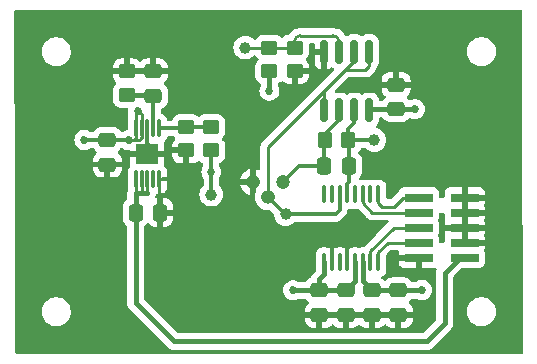
<source format=gbr>
%TF.GenerationSoftware,KiCad,Pcbnew,8.0.2*%
%TF.CreationDate,2025-01-07T16:45:10-05:00*%
%TF.ProjectId,Transimpedence,5472616e-7369-46d7-9065-64656e63652e,rev?*%
%TF.SameCoordinates,Original*%
%TF.FileFunction,Copper,L1,Top*%
%TF.FilePolarity,Positive*%
%FSLAX46Y46*%
G04 Gerber Fmt 4.6, Leading zero omitted, Abs format (unit mm)*
G04 Created by KiCad (PCBNEW 8.0.2) date 2025-01-07 16:45:10*
%MOMM*%
%LPD*%
G01*
G04 APERTURE LIST*
G04 Aperture macros list*
%AMRoundRect*
0 Rectangle with rounded corners*
0 $1 Rounding radius*
0 $2 $3 $4 $5 $6 $7 $8 $9 X,Y pos of 4 corners*
0 Add a 4 corners polygon primitive as box body*
4,1,4,$2,$3,$4,$5,$6,$7,$8,$9,$2,$3,0*
0 Add four circle primitives for the rounded corners*
1,1,$1+$1,$2,$3*
1,1,$1+$1,$4,$5*
1,1,$1+$1,$6,$7*
1,1,$1+$1,$8,$9*
0 Add four rect primitives between the rounded corners*
20,1,$1+$1,$2,$3,$4,$5,0*
20,1,$1+$1,$4,$5,$6,$7,0*
20,1,$1+$1,$6,$7,$8,$9,0*
20,1,$1+$1,$8,$9,$2,$3,0*%
G04 Aperture macros list end*
%TA.AperFunction,SMDPad,CuDef*%
%ADD10RoundRect,0.100000X-0.100000X0.637500X-0.100000X-0.637500X0.100000X-0.637500X0.100000X0.637500X0*%
%TD*%
%TA.AperFunction,SMDPad,CuDef*%
%ADD11RoundRect,0.250000X-0.337500X-0.475000X0.337500X-0.475000X0.337500X0.475000X-0.337500X0.475000X0*%
%TD*%
%TA.AperFunction,SMDPad,CuDef*%
%ADD12RoundRect,0.150000X-0.150000X0.825000X-0.150000X-0.825000X0.150000X-0.825000X0.150000X0.825000X0*%
%TD*%
%TA.AperFunction,SMDPad,CuDef*%
%ADD13RoundRect,0.250000X-0.475000X0.337500X-0.475000X-0.337500X0.475000X-0.337500X0.475000X0.337500X0*%
%TD*%
%TA.AperFunction,SMDPad,CuDef*%
%ADD14RoundRect,0.250000X-0.450000X0.350000X-0.450000X-0.350000X0.450000X-0.350000X0.450000X0.350000X0*%
%TD*%
%TA.AperFunction,SMDPad,CuDef*%
%ADD15C,1.000000*%
%TD*%
%TA.AperFunction,SMDPad,CuDef*%
%ADD16RoundRect,0.250000X0.475000X-0.337500X0.475000X0.337500X-0.475000X0.337500X-0.475000X-0.337500X0*%
%TD*%
%TA.AperFunction,SMDPad,CuDef*%
%ADD17RoundRect,0.075000X0.075000X-0.650000X0.075000X0.650000X-0.075000X0.650000X-0.075000X-0.650000X0*%
%TD*%
%TA.AperFunction,SMDPad,CuDef*%
%ADD18R,1.880000X1.680000*%
%TD*%
%TA.AperFunction,SMDPad,CuDef*%
%ADD19RoundRect,0.250000X-0.350000X-0.450000X0.350000X-0.450000X0.350000X0.450000X-0.350000X0.450000X0*%
%TD*%
%TA.AperFunction,SMDPad,CuDef*%
%ADD20RoundRect,0.250000X0.450000X-0.350000X0.450000X0.350000X-0.450000X0.350000X-0.450000X-0.350000X0*%
%TD*%
%TA.AperFunction,SMDPad,CuDef*%
%ADD21R,2.400000X0.740000*%
%TD*%
%TA.AperFunction,ComponentPad*%
%ADD22O,1.200000X1.200000*%
%TD*%
%TA.AperFunction,ComponentPad*%
%ADD23C,1.200000*%
%TD*%
%TA.AperFunction,ViaPad*%
%ADD24C,0.685800*%
%TD*%
%TA.AperFunction,Conductor*%
%ADD25C,0.254000*%
%TD*%
%TA.AperFunction,Conductor*%
%ADD26C,0.500000*%
%TD*%
%TA.AperFunction,Conductor*%
%ADD27C,0.406400*%
%TD*%
%TA.AperFunction,Conductor*%
%ADD28C,0.457200*%
%TD*%
%TA.AperFunction,Conductor*%
%ADD29C,0.304800*%
%TD*%
%TA.AperFunction,Conductor*%
%ADD30C,0.203200*%
%TD*%
G04 APERTURE END LIST*
D10*
%TO.P,U3,1,SCKL*%
%TO.N,SCKL*%
X51259448Y-36053788D03*
%TO.P,U3,2,CLK*%
%TO.N,unconnected-(U3-CLK-Pad2)*%
X50609448Y-36053788D03*
%TO.P,U3,3,~{CS}*%
%TO.N,CS*%
X49959448Y-36053788D03*
%TO.P,U3,4,IOUT1*%
%TO.N,IOUT1*%
X49309448Y-36053788D03*
%TO.P,U3,5,AIN1+*%
%TO.N,Net-(U3-AIN1+)*%
X48659448Y-36053788D03*
%TO.P,U3,6,AIN1-*%
%TO.N,1.65V*%
X48009448Y-36053788D03*
%TO.P,U3,7,AIN2+*%
%TO.N,unconnected-(U3-AIN2+-Pad7)*%
X47359448Y-36053788D03*
%TO.P,U3,8,AIN2-*%
%TO.N,unconnected-(U3-AIN2--Pad8)*%
X46709448Y-36053788D03*
%TO.P,U3,9,AIN3+/REFIN+*%
%TO.N,3.3V*%
X46709448Y-41778788D03*
%TO.P,U3,10,AIN3-/REFIN-*%
%TO.N,GND*%
X47359448Y-41778788D03*
%TO.P,U3,11,IOUT2*%
%TO.N,IOUT2*%
X48009448Y-41778788D03*
%TO.P,U3,12,GND*%
%TO.N,GND*%
X48659448Y-41778788D03*
%TO.P,U3,13,AVDD*%
%TO.N,3.3V*%
X49309448Y-41778788D03*
%TO.P,U3,14,DVDD*%
X49959448Y-41778788D03*
%TO.P,U3,15,DOUT/~{RDY}*%
%TO.N,MISO*%
X50609448Y-41778788D03*
%TO.P,U3,16,DIN*%
%TO.N,MOSI*%
X51259448Y-41778788D03*
%TD*%
D11*
%TO.P,C2,1*%
%TO.N,5V*%
X30724448Y-37592000D03*
%TO.P,C2,2*%
%TO.N,GND*%
X32799448Y-37592000D03*
%TD*%
D12*
%TO.P,U1,1*%
%TO.N,1.65V*%
X50505000Y-23975000D03*
%TO.P,U1,2,-*%
X49235000Y-23975000D03*
%TO.P,U1,3,+*%
%TO.N,Net-(U1A-+)*%
X47965000Y-23975000D03*
%TO.P,U1,4,V-*%
%TO.N,GND*%
X46695000Y-23975000D03*
%TO.P,U1,5,+*%
%TO.N,1.65V*%
X46695000Y-28925000D03*
%TO.P,U1,6,-*%
%TO.N,Net-(U1B--)*%
X47965000Y-28925000D03*
%TO.P,U1,7*%
%TO.N,Net-(U3-AIN1+)*%
X49235000Y-28925000D03*
%TO.P,U1,8,V+*%
%TO.N,3.3V*%
X50505000Y-28925000D03*
%TD*%
D13*
%TO.P,C4,1*%
%TO.N,3.3V*%
X28321000Y-31449100D03*
%TO.P,C4,2*%
%TO.N,GND*%
X28321000Y-33524100D03*
%TD*%
D14*
%TO.P,R2,1*%
%TO.N,Net-(U1A-+)*%
X44193988Y-23625000D03*
%TO.P,R2,2*%
%TO.N,GND*%
X44193988Y-25625000D03*
%TD*%
D13*
%TO.P,C6,1*%
%TO.N,3.3V*%
X50742133Y-44174500D03*
%TO.P,C6,2*%
%TO.N,GND*%
X50742133Y-46249500D03*
%TD*%
D15*
%TO.P,TP1,1,1*%
%TO.N,Net-(U1A-+)*%
X40005000Y-23622000D03*
%TD*%
%TO.P,TP3,1,1*%
%TO.N,3.3V*%
X37134800Y-36068000D03*
%TD*%
D11*
%TO.P,C5,1*%
%TO.N,Net-(U1B--)*%
X46712500Y-33630000D03*
%TO.P,C5,2*%
%TO.N,Net-(U3-AIN1+)*%
X48787500Y-33630000D03*
%TD*%
D16*
%TO.P,C1,1*%
%TO.N,3.3V*%
X52780000Y-28831488D03*
%TO.P,C1,2*%
%TO.N,GND*%
X52780000Y-26756488D03*
%TD*%
D17*
%TO.P,U2,1,IN*%
%TO.N,5V*%
X30724448Y-34759735D03*
%TO.P,U2,2,IN*%
X31224448Y-34759735D03*
%TO.P,U2,3,EN/UV*%
X31724448Y-34759735D03*
%TO.P,U2,4,PG*%
%TO.N,unconnected-(U2-PG-Pad4)*%
X32224448Y-34759735D03*
%TO.P,U2,5,ILIM*%
%TO.N,GND*%
X32724448Y-34759735D03*
%TO.P,U2,6,PGFB*%
%TO.N,Net-(U2-PGFB)*%
X32724448Y-30459735D03*
%TO.P,U2,7,SET*%
%TO.N,Net-(U2-SET)*%
X32224448Y-30459735D03*
%TO.P,U2,8,GND*%
%TO.N,GND*%
X31724448Y-30459735D03*
%TO.P,U2,9,OUTS*%
%TO.N,3.3V*%
X31224448Y-30459735D03*
%TO.P,U2,10,OUT*%
X30724448Y-30459735D03*
D18*
%TO.P,U2,11,GND*%
%TO.N,GND*%
X31724448Y-32609735D03*
%TD*%
D14*
%TO.P,R3,1*%
%TO.N,GND*%
X30020000Y-25640000D03*
%TO.P,R3,2*%
%TO.N,Net-(U2-SET)*%
X30020000Y-27640000D03*
%TD*%
D13*
%TO.P,C7,1*%
%TO.N,3.3V*%
X52970267Y-44174500D03*
%TO.P,C7,2*%
%TO.N,GND*%
X52970267Y-46249500D03*
%TD*%
D15*
%TO.P,TP2,1,1*%
%TO.N,1.65V*%
X43434000Y-37719000D03*
%TD*%
D19*
%TO.P,R6,1*%
%TO.N,Net-(U1B--)*%
X46750000Y-31430000D03*
%TO.P,R6,2*%
%TO.N,Net-(U3-AIN1+)*%
X48750000Y-31430000D03*
%TD*%
D13*
%TO.P,C9,1*%
%TO.N,3.3V*%
X46285867Y-44174500D03*
%TO.P,C9,2*%
%TO.N,GND*%
X46285867Y-46249500D03*
%TD*%
D20*
%TO.P,R1,1*%
%TO.N,3.3V*%
X42050000Y-25625000D03*
%TO.P,R1,2*%
%TO.N,Net-(U1A-+)*%
X42050000Y-23625000D03*
%TD*%
%TO.P,R4,1*%
%TO.N,3.3V*%
X37117750Y-32325235D03*
%TO.P,R4,2*%
%TO.N,Net-(U2-PGFB)*%
X37117750Y-30325235D03*
%TD*%
D15*
%TO.P,TP4,1,1*%
%TO.N,Net-(U3-AIN1+)*%
X50927000Y-31440000D03*
%TD*%
D13*
%TO.P,C8,1*%
%TO.N,3.3V*%
X48514000Y-44174500D03*
%TO.P,C8,2*%
%TO.N,GND*%
X48514000Y-46249500D03*
%TD*%
D16*
%TO.P,C3,1*%
%TO.N,Net-(U2-SET)*%
X32224448Y-27707500D03*
%TO.P,C3,2*%
%TO.N,GND*%
X32224448Y-25632500D03*
%TD*%
D21*
%TO.P,J1,1,Pin_1*%
%TO.N,SCKL*%
X54692000Y-36322000D03*
%TO.P,J1,2,Pin_2*%
%TO.N,GND*%
X58592000Y-36322000D03*
%TO.P,J1,3,Pin_3*%
%TO.N,CS*%
X54692000Y-37592000D03*
%TO.P,J1,4,Pin_4*%
%TO.N,GND*%
X58592000Y-37592000D03*
%TO.P,J1,5,Pin_5*%
%TO.N,MISO*%
X54692000Y-38862000D03*
%TO.P,J1,6,Pin_6*%
%TO.N,GND*%
X58592000Y-38862000D03*
%TO.P,J1,7,Pin_7*%
%TO.N,MOSI*%
X54692000Y-40132000D03*
%TO.P,J1,8,Pin_8*%
%TO.N,GND*%
X58592000Y-40132000D03*
%TO.P,J1,9,Pin_9*%
X54692000Y-41402000D03*
%TO.P,J1,10,Pin_10*%
%TO.N,5V*%
X58592000Y-41402000D03*
%TD*%
D14*
%TO.P,R5,1*%
%TO.N,Net-(U2-PGFB)*%
X35013750Y-30329735D03*
%TO.P,R5,2*%
%TO.N,GND*%
X35013750Y-32329735D03*
%TD*%
D22*
%TO.P,LD1,1*%
%TO.N,GND*%
X40640000Y-35001200D03*
D23*
%TO.P,LD1,2*%
%TO.N,Net-(U1B--)*%
X43180000Y-35001200D03*
D22*
%TO.P,LD1,3*%
%TO.N,1.65V*%
X41910000Y-36271200D03*
%TD*%
D24*
%TO.N,GND*%
X54356000Y-26756488D03*
X46990000Y-38862000D03*
X50038000Y-38862000D03*
X26339800Y-33528000D03*
X48514000Y-38862000D03*
X31719448Y-32565276D03*
%TO.N,3.3V*%
X30125000Y-31450000D03*
X54356000Y-28829000D03*
X26390600Y-31445200D03*
X44069000Y-44170600D03*
X37134800Y-34163000D03*
X42050000Y-27275000D03*
X30940125Y-28956000D03*
X54965600Y-44145200D03*
%TD*%
D25*
%TO.N,5V*%
X31224448Y-34759735D02*
X31224448Y-35975552D01*
D26*
X58592000Y-41402000D02*
X57912000Y-41402000D01*
D25*
X31724448Y-34759735D02*
X31724448Y-35975552D01*
D27*
X30748900Y-35975552D02*
X30724448Y-36000004D01*
D28*
X30724448Y-45227848D02*
X33985200Y-48488600D01*
X33985200Y-48488600D02*
X55372000Y-48488600D01*
X56896000Y-46964600D02*
X56896000Y-42672000D01*
X30724448Y-37592000D02*
X30724448Y-45227848D01*
D27*
X30724448Y-36000004D02*
X30724448Y-37249735D01*
X31724448Y-35975552D02*
X31224448Y-35975552D01*
D28*
X30683200Y-37290983D02*
X30724448Y-37249735D01*
X56896000Y-42672000D02*
X58166000Y-41402000D01*
D27*
X31224448Y-35975552D02*
X30748900Y-35975552D01*
D28*
X55372000Y-48488600D02*
X56896000Y-46964600D01*
X58166000Y-41402000D02*
X58592000Y-41402000D01*
D25*
X30724448Y-34759735D02*
X30724448Y-36000004D01*
D29*
%TO.N,Net-(U1B--)*%
X46712500Y-31467500D02*
X46750000Y-31430000D01*
X47965000Y-28925000D02*
X47965000Y-29759000D01*
X46712500Y-33630000D02*
X46712500Y-31467500D01*
X46712500Y-33630000D02*
X44551200Y-33630000D01*
X47965000Y-29759000D02*
X46750000Y-30974000D01*
X44551200Y-33630000D02*
X43180000Y-35001200D01*
X46750000Y-30974000D02*
X46750000Y-31430000D01*
D25*
%TO.N,SCKL*%
X51308000Y-36830000D02*
X51259448Y-36781448D01*
X53340000Y-36322000D02*
X54692000Y-36322000D01*
X51259448Y-36053788D02*
X51259448Y-36781448D01*
X51259448Y-36781448D02*
X51562000Y-37084000D01*
X51562000Y-37084000D02*
X52578000Y-37084000D01*
X52578000Y-37084000D02*
X53340000Y-36322000D01*
D29*
%TO.N,Net-(U3-AIN1+)*%
X50927000Y-31440000D02*
X48760000Y-31440000D01*
X48787500Y-33630000D02*
X48787500Y-31467500D01*
X49235000Y-28925000D02*
X49235000Y-30013000D01*
X48760000Y-31440000D02*
X48750000Y-31430000D01*
X49235000Y-30013000D02*
X48750000Y-30498000D01*
X48787500Y-31467500D02*
X48750000Y-31430000D01*
X48659448Y-36053788D02*
X48659448Y-35160552D01*
X48659448Y-35160552D02*
X48787500Y-35032500D01*
X48787500Y-35032500D02*
X48787500Y-33630000D01*
X48750000Y-30498000D02*
X48750000Y-31430000D01*
D27*
X48750000Y-33592500D02*
X48787500Y-33630000D01*
%TO.N,Net-(U2-SET)*%
X32156948Y-27640000D02*
X32224448Y-27707500D01*
X30020000Y-27640000D02*
X32156948Y-27640000D01*
D29*
X32224448Y-28287500D02*
X32224448Y-30459735D01*
%TO.N,Net-(U2-PGFB)*%
X34883750Y-30459735D02*
X35013750Y-30329735D01*
X37117750Y-30325235D02*
X35018250Y-30325235D01*
X35018250Y-30325235D02*
X35013750Y-30329735D01*
X32724448Y-30459735D02*
X34883750Y-30459735D01*
D27*
%TO.N,Net-(U1A-+)*%
X47965000Y-23454000D02*
X47965000Y-23975000D01*
X47965000Y-23975000D02*
X47965000Y-23550816D01*
D25*
X40005000Y-23622000D02*
X42047000Y-23622000D01*
X47430945Y-22606000D02*
X44662410Y-22606000D01*
X42050000Y-23625000D02*
X44193988Y-23625000D01*
X42047000Y-23622000D02*
X42050000Y-23625000D01*
D27*
X44193988Y-23616012D02*
X44193988Y-23625000D01*
X44196000Y-23620143D02*
G75*
G02*
X44193973Y-23624985I-6900J43D01*
G01*
D25*
X44662410Y-22606000D02*
G75*
G03*
X44194000Y-23074422I-10J-468400D01*
G01*
X47965007Y-23140071D02*
G75*
G03*
X47430945Y-22605993I-534107J-29D01*
G01*
%TO.N,MOSI*%
X51259448Y-41778788D02*
X51259448Y-40942552D01*
X52070000Y-40132000D02*
X54692000Y-40132000D01*
X51259448Y-40942552D02*
X52070000Y-40132000D01*
%TO.N,MISO*%
X50609448Y-40830552D02*
X52578000Y-38862000D01*
X52578000Y-38862000D02*
X54692000Y-38862000D01*
X50609448Y-41778788D02*
X50609448Y-40830552D01*
D28*
%TO.N,GND*%
X31724448Y-32570276D02*
X31719448Y-32565276D01*
D29*
X47359448Y-41778788D02*
X47359448Y-40603048D01*
X47359448Y-40603048D02*
X47345600Y-40589200D01*
D25*
X32799448Y-36867000D02*
X32724448Y-36792000D01*
X32799448Y-37592000D02*
X32799448Y-36867000D01*
D30*
X31719448Y-32565276D02*
X31724448Y-32560276D01*
D29*
X48659448Y-40601288D02*
X48674448Y-40586288D01*
X28321000Y-33524100D02*
X26343700Y-33524100D01*
X31724448Y-30459735D02*
X31724448Y-32609735D01*
X48659448Y-41778788D02*
X48659448Y-40601288D01*
D25*
X32724448Y-36792000D02*
X32724448Y-34759735D01*
D29*
X26343700Y-33524100D02*
X26339800Y-33528000D01*
D28*
X31724448Y-32609735D02*
X31724448Y-32570276D01*
D25*
%TO.N,CS*%
X50760161Y-37592000D02*
X49959448Y-36791287D01*
X49959448Y-36791287D02*
X49959448Y-36053788D01*
X54692000Y-37592000D02*
X50760161Y-37592000D01*
D27*
%TO.N,3.3V*%
X49309448Y-43379052D02*
X48514000Y-44174500D01*
D25*
X31224448Y-30459735D02*
X31224448Y-31245267D01*
X31224448Y-30459735D02*
X31224448Y-29240323D01*
X31089645Y-31450000D02*
X30775000Y-31450000D01*
D27*
X49959448Y-43391815D02*
X50742133Y-44174500D01*
X49959448Y-41778788D02*
X49959448Y-43391815D01*
X52970267Y-44174500D02*
X54936300Y-44174500D01*
X46709448Y-41778788D02*
X46709448Y-42800152D01*
X54353512Y-28831488D02*
X54356000Y-28829000D01*
X46709448Y-42800152D02*
X46285867Y-43223733D01*
X46285867Y-43223733D02*
X46285867Y-44174500D01*
D25*
X30775000Y-31450000D02*
X30125000Y-31450000D01*
D27*
X54936300Y-44174500D02*
X54965600Y-44145200D01*
D29*
X37117750Y-34145950D02*
X37134800Y-34163000D01*
D27*
X46285867Y-44174500D02*
X44072900Y-44174500D01*
D29*
X28321000Y-31449100D02*
X30124100Y-31449100D01*
D25*
X30724448Y-30459735D02*
X30724448Y-29171677D01*
D27*
X52780000Y-28831488D02*
X54353512Y-28831488D01*
X48514000Y-44174500D02*
X46285867Y-44174500D01*
D29*
X28321000Y-31449100D02*
X26394500Y-31449100D01*
X37134800Y-34163000D02*
X37134800Y-36068000D01*
D27*
X50598512Y-28831488D02*
X50505000Y-28925000D01*
X44072900Y-44174500D02*
X44069000Y-44170600D01*
D29*
X26394500Y-31449100D02*
X26390600Y-31445200D01*
D27*
X50742133Y-44174500D02*
X52970267Y-44174500D01*
X37129302Y-32336787D02*
X37117750Y-32325235D01*
D25*
X30724448Y-29171677D02*
X30940125Y-28956000D01*
X31224448Y-29240323D02*
X30940125Y-28956000D01*
X30724448Y-30459735D02*
X30724448Y-31327957D01*
D27*
X52780000Y-28831488D02*
X50598512Y-28831488D01*
D29*
X30124100Y-31449100D02*
X30125000Y-31450000D01*
X37117750Y-32325235D02*
X37117750Y-34145950D01*
D27*
X49309448Y-41778788D02*
X49309448Y-43379052D01*
X42050000Y-25625000D02*
X42050000Y-27275000D01*
D25*
X31224448Y-31245267D02*
G75*
G02*
X31150010Y-31425010I-254148J-33D01*
G01*
X31150000Y-31425000D02*
G75*
G02*
X31089645Y-31450018I-60400J60400D01*
G01*
X30724448Y-31327957D02*
G75*
G03*
X30774987Y-31450013I172552J-43D01*
G01*
%TO.N,1.65V*%
X50165000Y-25527000D02*
X48432000Y-25527000D01*
X46695000Y-27264000D02*
X41910000Y-32049000D01*
X49235000Y-24724000D02*
X49235000Y-23975000D01*
D29*
X43357800Y-37719000D02*
X47650400Y-37719000D01*
D25*
X50505000Y-23975000D02*
X50505000Y-25187000D01*
X46695000Y-28925000D02*
X46695000Y-27264000D01*
D27*
X46742500Y-28972500D02*
X46695000Y-28925000D01*
D29*
X48009448Y-36053788D02*
X48009448Y-37359952D01*
D25*
X46695000Y-27264000D02*
X48219000Y-25740000D01*
X48432000Y-25527000D02*
X48219000Y-25740000D01*
X48219000Y-25740000D02*
X49235000Y-24724000D01*
X41910000Y-32049000D02*
X41910000Y-36271200D01*
D29*
X41910000Y-36271200D02*
X43357800Y-37719000D01*
X47650400Y-37719000D02*
X48009448Y-37359952D01*
D25*
X50505000Y-25187000D02*
X50165000Y-25527000D01*
%TD*%
%TA.AperFunction,Conductor*%
%TO.N,GND*%
G36*
X63398188Y-20419685D02*
G01*
X63443943Y-20472489D01*
X63455147Y-20523574D01*
X63479816Y-27714240D01*
X63554297Y-49425575D01*
X63534843Y-49492681D01*
X63482196Y-49538617D01*
X63430298Y-49550000D01*
X20678299Y-49550000D01*
X20611260Y-49530315D01*
X20565505Y-49477511D01*
X20554300Y-49426425D01*
X20546191Y-47062790D01*
X20542214Y-45903388D01*
X22772500Y-45903388D01*
X22772500Y-46096611D01*
X22802725Y-46287441D01*
X22862429Y-46471194D01*
X22950147Y-46643349D01*
X23063715Y-46799663D01*
X23200336Y-46936284D01*
X23356650Y-47049852D01*
X23528805Y-47137570D01*
X23620681Y-47167422D01*
X23712560Y-47197275D01*
X23800943Y-47211273D01*
X23903389Y-47227500D01*
X23903394Y-47227500D01*
X24096611Y-47227500D01*
X24189123Y-47212846D01*
X24287440Y-47197275D01*
X24471197Y-47137569D01*
X24643350Y-47049852D01*
X24799663Y-46936285D01*
X24936285Y-46799663D01*
X25049852Y-46643350D01*
X25137569Y-46471197D01*
X25197275Y-46287440D01*
X25212846Y-46189123D01*
X25227500Y-46096611D01*
X25227500Y-45903388D01*
X25204678Y-45759302D01*
X25197275Y-45712560D01*
X25151998Y-45573212D01*
X25137570Y-45528805D01*
X25049852Y-45356650D01*
X25020334Y-45316021D01*
X24936285Y-45200337D01*
X24799663Y-45063715D01*
X24659889Y-44962164D01*
X24643349Y-44950147D01*
X24471194Y-44862429D01*
X24287441Y-44802725D01*
X24096611Y-44772500D01*
X24096606Y-44772500D01*
X23903394Y-44772500D01*
X23903389Y-44772500D01*
X23712558Y-44802725D01*
X23528805Y-44862429D01*
X23356650Y-44950147D01*
X23200336Y-45063715D01*
X23063715Y-45200336D01*
X22950147Y-45356650D01*
X22862429Y-45528805D01*
X22802725Y-45712558D01*
X22772500Y-45903388D01*
X20542214Y-45903388D01*
X20520088Y-39453666D01*
X20511901Y-37066983D01*
X29636448Y-37066983D01*
X29636448Y-38117001D01*
X29636449Y-38117019D01*
X29646948Y-38219796D01*
X29646949Y-38219799D01*
X29672728Y-38297593D01*
X29702134Y-38386334D01*
X29794236Y-38535656D01*
X29918292Y-38659712D01*
X29936443Y-38670907D01*
X29983168Y-38722853D01*
X29995348Y-38776446D01*
X29995348Y-45299662D01*
X30023365Y-45440511D01*
X30023367Y-45440519D01*
X30078326Y-45573203D01*
X30078331Y-45573212D01*
X30158118Y-45692621D01*
X30158121Y-45692625D01*
X33418871Y-48953374D01*
X33520423Y-49054926D01*
X33520427Y-49054930D01*
X33639835Y-49134716D01*
X33639841Y-49134719D01*
X33639842Y-49134720D01*
X33772529Y-49189681D01*
X33913385Y-49217699D01*
X33913388Y-49217700D01*
X33913390Y-49217700D01*
X55443812Y-49217700D01*
X55443813Y-49217699D01*
X55584671Y-49189681D01*
X55717358Y-49134720D01*
X55836774Y-49054929D01*
X57462329Y-47429375D01*
X57542120Y-47309958D01*
X57576275Y-47227500D01*
X57597081Y-47177271D01*
X57625100Y-47036410D01*
X57625100Y-45903388D01*
X58772500Y-45903388D01*
X58772500Y-46096611D01*
X58802725Y-46287441D01*
X58862429Y-46471194D01*
X58950147Y-46643349D01*
X59063715Y-46799663D01*
X59200336Y-46936284D01*
X59356650Y-47049852D01*
X59528805Y-47137570D01*
X59620681Y-47167422D01*
X59712560Y-47197275D01*
X59800943Y-47211273D01*
X59903389Y-47227500D01*
X59903394Y-47227500D01*
X60096611Y-47227500D01*
X60189123Y-47212846D01*
X60287440Y-47197275D01*
X60471197Y-47137569D01*
X60643350Y-47049852D01*
X60799663Y-46936285D01*
X60936285Y-46799663D01*
X61049852Y-46643350D01*
X61137569Y-46471197D01*
X61197275Y-46287440D01*
X61212846Y-46189123D01*
X61227500Y-46096611D01*
X61227500Y-45903388D01*
X61204678Y-45759302D01*
X61197275Y-45712560D01*
X61151998Y-45573212D01*
X61137570Y-45528805D01*
X61049852Y-45356650D01*
X61020334Y-45316021D01*
X60936285Y-45200337D01*
X60799663Y-45063715D01*
X60659889Y-44962164D01*
X60643349Y-44950147D01*
X60471194Y-44862429D01*
X60287441Y-44802725D01*
X60096611Y-44772500D01*
X60096606Y-44772500D01*
X59903394Y-44772500D01*
X59903389Y-44772500D01*
X59712558Y-44802725D01*
X59528805Y-44862429D01*
X59356650Y-44950147D01*
X59200336Y-45063715D01*
X59063715Y-45200336D01*
X58950147Y-45356650D01*
X58862429Y-45528805D01*
X58802725Y-45712558D01*
X58772500Y-45903388D01*
X57625100Y-45903388D01*
X57625100Y-43025364D01*
X57644785Y-42958325D01*
X57661415Y-42937687D01*
X58290284Y-42308817D01*
X58351607Y-42275333D01*
X58377965Y-42272499D01*
X59839871Y-42272499D01*
X59839872Y-42272499D01*
X59899483Y-42266091D01*
X60034331Y-42215796D01*
X60149546Y-42129546D01*
X60235796Y-42014331D01*
X60286091Y-41879483D01*
X60292500Y-41819873D01*
X60292499Y-40984128D01*
X60286091Y-40924517D01*
X60243235Y-40809616D01*
X60238252Y-40739927D01*
X60243236Y-40722951D01*
X60285597Y-40609376D01*
X60285598Y-40609372D01*
X60291999Y-40549844D01*
X60292000Y-40549827D01*
X60292000Y-40382000D01*
X58466000Y-40382000D01*
X58398961Y-40362315D01*
X58353206Y-40309511D01*
X58342000Y-40258000D01*
X58342000Y-39882000D01*
X58842000Y-39882000D01*
X60292000Y-39882000D01*
X60292000Y-39714172D01*
X60291999Y-39714155D01*
X60285598Y-39654627D01*
X60285597Y-39654623D01*
X60242969Y-39540334D01*
X60237985Y-39470643D01*
X60242969Y-39453666D01*
X60285597Y-39339376D01*
X60285598Y-39339372D01*
X60291999Y-39279844D01*
X60292000Y-39279827D01*
X60292000Y-39112000D01*
X58842000Y-39112000D01*
X58842000Y-39882000D01*
X58342000Y-39882000D01*
X58342000Y-39112000D01*
X56892000Y-39112000D01*
X56892000Y-39279844D01*
X56898401Y-39339372D01*
X56898403Y-39339380D01*
X56941029Y-39453667D01*
X56946013Y-39523359D01*
X56941029Y-39540333D01*
X56898403Y-39654619D01*
X56898401Y-39654627D01*
X56892000Y-39714155D01*
X56892000Y-40015644D01*
X56872315Y-40082683D01*
X56819511Y-40128438D01*
X56750353Y-40138382D01*
X56743827Y-40137265D01*
X56704788Y-40129500D01*
X56579212Y-40129500D01*
X56540688Y-40137162D01*
X56471096Y-40130933D01*
X56415920Y-40088069D01*
X56392677Y-40022178D01*
X56392499Y-40015544D01*
X56392499Y-39714129D01*
X56392498Y-39714123D01*
X56386091Y-39654516D01*
X56356603Y-39575456D01*
X56343502Y-39540332D01*
X56338519Y-39470642D01*
X56343503Y-39453667D01*
X56386091Y-39339483D01*
X56392500Y-39279873D01*
X56392499Y-38444128D01*
X56386103Y-38384627D01*
X56386091Y-38384516D01*
X56353668Y-38297587D01*
X56343502Y-38270332D01*
X56338519Y-38200642D01*
X56343503Y-38183667D01*
X56386091Y-38069483D01*
X56392500Y-38009873D01*
X56392499Y-37708453D01*
X56412183Y-37641416D01*
X56464987Y-37595661D01*
X56534146Y-37585717D01*
X56540690Y-37586838D01*
X56561437Y-37590964D01*
X56579209Y-37594499D01*
X56579211Y-37594500D01*
X56579212Y-37594500D01*
X56704788Y-37594500D01*
X56743810Y-37586738D01*
X56813399Y-37592964D01*
X56868577Y-37635827D01*
X56891822Y-37701716D01*
X56892000Y-37708355D01*
X56892000Y-38009844D01*
X56898401Y-38069372D01*
X56898403Y-38069380D01*
X56941029Y-38183667D01*
X56946013Y-38253359D01*
X56941029Y-38270333D01*
X56898403Y-38384619D01*
X56898401Y-38384627D01*
X56892000Y-38444155D01*
X56892000Y-38612000D01*
X58342000Y-38612000D01*
X58842000Y-38612000D01*
X60292000Y-38612000D01*
X60292000Y-38444172D01*
X60291999Y-38444155D01*
X60285598Y-38384627D01*
X60285597Y-38384623D01*
X60242969Y-38270334D01*
X60237985Y-38200643D01*
X60242969Y-38183666D01*
X60285597Y-38069376D01*
X60285598Y-38069372D01*
X60291999Y-38009844D01*
X60292000Y-38009827D01*
X60292000Y-37842000D01*
X58842000Y-37842000D01*
X58842000Y-38612000D01*
X58342000Y-38612000D01*
X58342000Y-37342000D01*
X58842000Y-37342000D01*
X60292000Y-37342000D01*
X60292000Y-37174172D01*
X60291999Y-37174155D01*
X60285598Y-37114627D01*
X60285597Y-37114623D01*
X60242969Y-37000334D01*
X60237985Y-36930643D01*
X60242969Y-36913666D01*
X60285597Y-36799376D01*
X60285598Y-36799372D01*
X60291999Y-36739844D01*
X60292000Y-36739827D01*
X60292000Y-36572000D01*
X58842000Y-36572000D01*
X58842000Y-37342000D01*
X58342000Y-37342000D01*
X58342000Y-36072000D01*
X58842000Y-36072000D01*
X60292000Y-36072000D01*
X60292000Y-35904172D01*
X60291999Y-35904155D01*
X60285598Y-35844627D01*
X60285596Y-35844620D01*
X60235354Y-35709913D01*
X60235350Y-35709906D01*
X60149190Y-35594812D01*
X60149187Y-35594809D01*
X60034093Y-35508649D01*
X60034086Y-35508645D01*
X59899379Y-35458403D01*
X59899372Y-35458401D01*
X59839844Y-35452000D01*
X58842000Y-35452000D01*
X58842000Y-36072000D01*
X58342000Y-36072000D01*
X58342000Y-35452000D01*
X57344155Y-35452000D01*
X57284627Y-35458401D01*
X57284620Y-35458403D01*
X57149913Y-35508645D01*
X57149906Y-35508649D01*
X57034812Y-35594809D01*
X57034809Y-35594812D01*
X56948649Y-35709906D01*
X56948645Y-35709913D01*
X56898403Y-35844620D01*
X56898401Y-35844627D01*
X56892000Y-35904155D01*
X56892000Y-36205644D01*
X56872315Y-36272683D01*
X56819511Y-36318438D01*
X56750353Y-36328382D01*
X56743827Y-36327265D01*
X56704788Y-36319500D01*
X56579212Y-36319500D01*
X56540688Y-36327162D01*
X56471096Y-36320933D01*
X56415920Y-36278069D01*
X56392677Y-36212178D01*
X56392499Y-36205544D01*
X56392499Y-35904129D01*
X56392498Y-35904123D01*
X56390646Y-35886895D01*
X56386091Y-35844517D01*
X56376579Y-35819015D01*
X56335797Y-35709671D01*
X56335793Y-35709664D01*
X56249547Y-35594455D01*
X56249544Y-35594452D01*
X56134335Y-35508206D01*
X56134328Y-35508202D01*
X55999482Y-35457908D01*
X55999483Y-35457908D01*
X55939883Y-35451501D01*
X55939881Y-35451500D01*
X55939873Y-35451500D01*
X55939864Y-35451500D01*
X53444129Y-35451500D01*
X53444123Y-35451501D01*
X53384516Y-35457908D01*
X53249671Y-35508202D01*
X53249664Y-35508206D01*
X53134456Y-35594452D01*
X53134455Y-35594453D01*
X53134454Y-35594454D01*
X53067964Y-35683273D01*
X53048202Y-35709672D01*
X53036059Y-35742229D01*
X52994187Y-35798162D01*
X52988771Y-35801995D01*
X52963300Y-35819015D01*
X52939988Y-35834591D01*
X52939986Y-35834593D01*
X52354400Y-36420181D01*
X52293077Y-36453666D01*
X52266719Y-36456500D01*
X52083948Y-36456500D01*
X52016909Y-36436815D01*
X51971154Y-36384011D01*
X51959948Y-36332500D01*
X51959947Y-35376924D01*
X51944494Y-35259534D01*
X51944492Y-35259527D01*
X51944492Y-35259526D01*
X51883984Y-35113447D01*
X51787730Y-34988006D01*
X51662289Y-34891752D01*
X51549417Y-34844999D01*
X51516210Y-34831244D01*
X51516208Y-34831243D01*
X51398809Y-34815788D01*
X51120084Y-34815788D01*
X51002694Y-34831241D01*
X51002682Y-34831245D01*
X50981898Y-34839854D01*
X50912429Y-34847321D01*
X50886998Y-34839854D01*
X50866213Y-34831245D01*
X50866208Y-34831243D01*
X50748809Y-34815788D01*
X50470084Y-34815788D01*
X50352694Y-34831241D01*
X50352682Y-34831245D01*
X50331898Y-34839854D01*
X50262429Y-34847321D01*
X50236998Y-34839854D01*
X50216213Y-34831245D01*
X50216208Y-34831243D01*
X50098809Y-34815788D01*
X49820084Y-34815788D01*
X49785511Y-34820340D01*
X49716476Y-34809573D01*
X49664221Y-34763192D01*
X49645337Y-34695923D01*
X49665819Y-34629123D01*
X49681643Y-34609724D01*
X49717712Y-34573656D01*
X49809814Y-34424334D01*
X49864999Y-34257797D01*
X49875500Y-34155009D01*
X49875499Y-33104992D01*
X49864999Y-33002203D01*
X49809814Y-32835666D01*
X49717712Y-32686344D01*
X49624049Y-32592681D01*
X49590564Y-32531358D01*
X49595548Y-32461666D01*
X49624049Y-32417319D01*
X49658022Y-32383346D01*
X49692712Y-32348656D01*
X49784814Y-32199334D01*
X49791919Y-32177894D01*
X49831692Y-32120450D01*
X49896209Y-32093628D01*
X49909624Y-32092900D01*
X50109884Y-32092900D01*
X50176923Y-32112585D01*
X50205736Y-32138234D01*
X50216118Y-32150885D01*
X50368460Y-32275909D01*
X50368467Y-32275913D01*
X50542266Y-32368811D01*
X50542269Y-32368811D01*
X50542273Y-32368814D01*
X50730868Y-32426024D01*
X50927000Y-32445341D01*
X51123132Y-32426024D01*
X51311727Y-32368814D01*
X51485538Y-32275910D01*
X51637883Y-32150883D01*
X51762910Y-31998538D01*
X51812893Y-31905027D01*
X51855811Y-31824733D01*
X51855811Y-31824732D01*
X51855814Y-31824727D01*
X51913024Y-31636132D01*
X51932341Y-31440000D01*
X51913024Y-31243868D01*
X51855814Y-31055273D01*
X51855811Y-31055269D01*
X51855811Y-31055266D01*
X51762913Y-30881467D01*
X51762909Y-30881460D01*
X51637883Y-30729116D01*
X51485539Y-30604090D01*
X51485532Y-30604086D01*
X51311728Y-30511186D01*
X51127632Y-30455340D01*
X51069194Y-30417043D01*
X51040737Y-30353230D01*
X51051298Y-30284163D01*
X51075944Y-30249001D01*
X51173081Y-30151865D01*
X51256744Y-30010398D01*
X51302240Y-29853802D01*
X51302597Y-29852573D01*
X51302598Y-29852567D01*
X51305499Y-29815701D01*
X51305500Y-29815694D01*
X51305500Y-29659188D01*
X51325185Y-29592149D01*
X51377989Y-29546394D01*
X51429500Y-29535188D01*
X51579886Y-29535188D01*
X51646925Y-29554873D01*
X51685425Y-29594092D01*
X51712286Y-29637642D01*
X51712288Y-29637644D01*
X51836344Y-29761700D01*
X51985666Y-29853802D01*
X52152203Y-29908987D01*
X52254991Y-29919488D01*
X53305008Y-29919487D01*
X53305016Y-29919486D01*
X53305019Y-29919486D01*
X53361302Y-29913736D01*
X53407797Y-29908987D01*
X53574334Y-29853802D01*
X53723656Y-29761700D01*
X53847712Y-29637644D01*
X53847714Y-29637640D01*
X53852195Y-29631975D01*
X53854382Y-29633705D01*
X53896799Y-29595549D01*
X53965760Y-29584321D01*
X54000834Y-29594087D01*
X54093933Y-29635538D01*
X54093936Y-29635538D01*
X54093939Y-29635540D01*
X54267355Y-29672400D01*
X54444645Y-29672400D01*
X54618061Y-29635540D01*
X54618064Y-29635538D01*
X54618066Y-29635538D01*
X54650869Y-29620932D01*
X54780023Y-29563429D01*
X54923454Y-29459221D01*
X55042084Y-29327469D01*
X55130729Y-29173931D01*
X55185514Y-29005319D01*
X55204046Y-28829000D01*
X55185514Y-28652681D01*
X55130729Y-28484069D01*
X55130728Y-28484068D01*
X55130728Y-28484066D01*
X55130727Y-28484065D01*
X55061598Y-28364331D01*
X55042084Y-28330531D01*
X54988677Y-28271217D01*
X54923456Y-28198780D01*
X54846399Y-28142796D01*
X54780023Y-28094571D01*
X54780021Y-28094570D01*
X54780022Y-28094570D01*
X54618066Y-28022461D01*
X54618058Y-28022459D01*
X54444645Y-27985600D01*
X54267355Y-27985600D01*
X54093941Y-28022459D01*
X54093937Y-28022460D01*
X53998118Y-28065122D01*
X53928868Y-28074406D01*
X53865592Y-28044778D01*
X53850417Y-28028753D01*
X53847711Y-28025331D01*
X53723657Y-27901277D01*
X53723656Y-27901276D01*
X53720342Y-27899231D01*
X53718546Y-27897236D01*
X53717989Y-27896795D01*
X53718064Y-27896699D01*
X53673618Y-27847285D01*
X53662397Y-27778322D01*
X53690240Y-27714240D01*
X53720348Y-27688153D01*
X53723342Y-27686306D01*
X53847315Y-27562333D01*
X53939356Y-27413112D01*
X53939358Y-27413107D01*
X53994505Y-27246685D01*
X53994506Y-27246678D01*
X54004999Y-27143974D01*
X54005000Y-27143961D01*
X54005000Y-27006488D01*
X51555001Y-27006488D01*
X51555001Y-27143974D01*
X51565494Y-27246685D01*
X51620641Y-27413107D01*
X51620643Y-27413112D01*
X51712684Y-27562333D01*
X51836655Y-27686304D01*
X51836659Y-27686307D01*
X51839656Y-27688156D01*
X51841279Y-27689960D01*
X51842323Y-27690786D01*
X51842181Y-27690964D01*
X51886381Y-27740104D01*
X51897602Y-27809067D01*
X51869759Y-27873149D01*
X51839661Y-27899229D01*
X51836349Y-27901271D01*
X51836343Y-27901276D01*
X51712287Y-28025332D01*
X51685425Y-28068884D01*
X51633477Y-28115609D01*
X51579886Y-28127788D01*
X51427482Y-28127788D01*
X51360443Y-28108103D01*
X51314688Y-28055299D01*
X51303864Y-28013517D01*
X51302598Y-27997432D01*
X51302597Y-27997426D01*
X51256745Y-27839606D01*
X51256744Y-27839603D01*
X51256744Y-27839602D01*
X51173081Y-27698135D01*
X51173079Y-27698133D01*
X51173076Y-27698129D01*
X51056870Y-27581923D01*
X51056862Y-27581917D01*
X50915396Y-27498255D01*
X50915393Y-27498254D01*
X50757573Y-27452402D01*
X50757567Y-27452401D01*
X50720701Y-27449500D01*
X50720694Y-27449500D01*
X50289306Y-27449500D01*
X50289298Y-27449500D01*
X50252432Y-27452401D01*
X50252426Y-27452402D01*
X50094606Y-27498254D01*
X50094603Y-27498255D01*
X49953137Y-27581917D01*
X49946969Y-27586702D01*
X49945072Y-27584256D01*
X49896358Y-27610857D01*
X49826666Y-27605873D01*
X49794296Y-27585069D01*
X49793031Y-27586702D01*
X49786862Y-27581917D01*
X49645396Y-27498255D01*
X49645393Y-27498254D01*
X49487573Y-27452402D01*
X49487567Y-27452401D01*
X49450701Y-27449500D01*
X49450694Y-27449500D01*
X49019306Y-27449500D01*
X49019298Y-27449500D01*
X48982432Y-27452401D01*
X48982426Y-27452402D01*
X48824606Y-27498254D01*
X48824603Y-27498255D01*
X48683137Y-27581917D01*
X48676969Y-27586702D01*
X48675072Y-27584256D01*
X48626358Y-27610857D01*
X48556666Y-27605873D01*
X48524296Y-27585069D01*
X48523031Y-27586702D01*
X48516862Y-27581917D01*
X48375396Y-27498255D01*
X48375393Y-27498254D01*
X48217573Y-27452402D01*
X48217567Y-27452401D01*
X48180701Y-27449500D01*
X48180694Y-27449500D01*
X47749306Y-27449500D01*
X47749298Y-27449500D01*
X47706114Y-27452899D01*
X47705988Y-27451298D01*
X47644414Y-27444807D01*
X47589921Y-27401078D01*
X47567719Y-27334830D01*
X47584859Y-27267095D01*
X47603946Y-27242472D01*
X48477418Y-26369001D01*
X51555000Y-26369001D01*
X51555000Y-26506488D01*
X52530000Y-26506488D01*
X53030000Y-26506488D01*
X54004999Y-26506488D01*
X54004999Y-26369016D01*
X54004998Y-26369001D01*
X53994505Y-26266290D01*
X53939358Y-26099868D01*
X53939356Y-26099863D01*
X53847315Y-25950642D01*
X53723345Y-25826672D01*
X53574124Y-25734631D01*
X53574119Y-25734629D01*
X53407697Y-25679482D01*
X53407690Y-25679481D01*
X53304986Y-25668988D01*
X53030000Y-25668988D01*
X53030000Y-26506488D01*
X52530000Y-26506488D01*
X52530000Y-25668988D01*
X52255029Y-25668988D01*
X52255012Y-25668989D01*
X52152302Y-25679482D01*
X51985880Y-25734629D01*
X51985875Y-25734631D01*
X51836654Y-25826672D01*
X51712684Y-25950642D01*
X51620643Y-26099863D01*
X51620641Y-26099868D01*
X51565494Y-26266290D01*
X51565493Y-26266297D01*
X51555000Y-26369001D01*
X48477418Y-26369001D01*
X48655600Y-26190819D01*
X48716923Y-26157334D01*
X48743281Y-26154500D01*
X50226804Y-26154500D01*
X50226805Y-26154499D01*
X50348035Y-26130386D01*
X50428784Y-26096937D01*
X50462233Y-26083083D01*
X50565008Y-26014411D01*
X50652411Y-25927008D01*
X50992411Y-25587008D01*
X51012485Y-25556965D01*
X51061083Y-25484233D01*
X51082735Y-25431961D01*
X51095251Y-25401745D01*
X51108384Y-25370038D01*
X51108386Y-25370034D01*
X51126740Y-25277756D01*
X51159124Y-25215849D01*
X51160625Y-25214320D01*
X51173081Y-25201865D01*
X51256744Y-25060398D01*
X51302598Y-24902569D01*
X51305500Y-24865694D01*
X51305500Y-23880988D01*
X58772500Y-23880988D01*
X58772500Y-24074211D01*
X58802725Y-24265041D01*
X58862429Y-24448794D01*
X58950147Y-24620949D01*
X59063715Y-24777263D01*
X59200336Y-24913884D01*
X59356650Y-25027452D01*
X59528805Y-25115170D01*
X59596943Y-25137309D01*
X59712560Y-25174875D01*
X59800943Y-25188873D01*
X59903389Y-25205100D01*
X59903394Y-25205100D01*
X60096611Y-25205100D01*
X60189123Y-25190446D01*
X60287440Y-25174875D01*
X60471197Y-25115169D01*
X60643350Y-25027452D01*
X60799663Y-24913885D01*
X60936285Y-24777263D01*
X61049852Y-24620950D01*
X61137569Y-24448797D01*
X61197275Y-24265040D01*
X61219012Y-24127797D01*
X61227500Y-24074211D01*
X61227500Y-23880988D01*
X61202793Y-23725000D01*
X61197275Y-23690160D01*
X61137569Y-23506403D01*
X61049852Y-23334250D01*
X60936285Y-23177937D01*
X60799663Y-23041315D01*
X60675540Y-22951135D01*
X60643349Y-22927747D01*
X60471194Y-22840029D01*
X60287441Y-22780325D01*
X60096611Y-22750100D01*
X60096606Y-22750100D01*
X59903394Y-22750100D01*
X59903389Y-22750100D01*
X59712558Y-22780325D01*
X59528805Y-22840029D01*
X59356650Y-22927747D01*
X59200336Y-23041315D01*
X59063715Y-23177936D01*
X58950147Y-23334250D01*
X58862429Y-23506405D01*
X58802725Y-23690158D01*
X58772500Y-23880988D01*
X51305500Y-23880988D01*
X51305500Y-23084306D01*
X51302598Y-23047431D01*
X51300821Y-23041315D01*
X51256745Y-22889606D01*
X51256744Y-22889603D01*
X51256744Y-22889602D01*
X51173081Y-22748135D01*
X51173079Y-22748133D01*
X51173076Y-22748129D01*
X51056870Y-22631923D01*
X51056862Y-22631917D01*
X50915396Y-22548255D01*
X50915393Y-22548254D01*
X50757573Y-22502402D01*
X50757567Y-22502401D01*
X50720701Y-22499500D01*
X50720694Y-22499500D01*
X50289306Y-22499500D01*
X50289298Y-22499500D01*
X50252432Y-22502401D01*
X50252426Y-22502402D01*
X50094606Y-22548254D01*
X50094603Y-22548255D01*
X49953137Y-22631917D01*
X49946969Y-22636702D01*
X49945072Y-22634256D01*
X49896358Y-22660857D01*
X49826666Y-22655873D01*
X49794296Y-22635069D01*
X49793031Y-22636702D01*
X49786862Y-22631917D01*
X49645396Y-22548255D01*
X49645393Y-22548254D01*
X49487573Y-22502402D01*
X49487567Y-22502401D01*
X49450701Y-22499500D01*
X49450694Y-22499500D01*
X49019306Y-22499500D01*
X49019298Y-22499500D01*
X48982432Y-22502401D01*
X48982426Y-22502402D01*
X48824606Y-22548254D01*
X48824603Y-22548255D01*
X48683137Y-22631917D01*
X48676969Y-22636702D01*
X48675072Y-22634256D01*
X48626358Y-22660857D01*
X48556666Y-22655873D01*
X48524296Y-22635069D01*
X48523031Y-22636702D01*
X48516862Y-22631917D01*
X48487068Y-22614297D01*
X48442802Y-22569565D01*
X48386062Y-22471289D01*
X48386059Y-22471286D01*
X48362679Y-22443422D01*
X48255425Y-22315600D01*
X48255422Y-22315598D01*
X48255422Y-22315597D01*
X48099743Y-22184961D01*
X48079471Y-22173256D01*
X47923737Y-22083334D01*
X47923738Y-22083334D01*
X47923734Y-22083332D01*
X47732764Y-22013814D01*
X47732763Y-22013813D01*
X47732761Y-22013813D01*
X47532616Y-21978508D01*
X47532608Y-21978507D01*
X47497911Y-21978504D01*
X47497801Y-21978500D01*
X47492748Y-21978500D01*
X47430998Y-21978500D01*
X47430972Y-21978499D01*
X47347276Y-21978492D01*
X47347146Y-21978500D01*
X44713797Y-21978500D01*
X44713759Y-21978488D01*
X44566542Y-21978487D01*
X44566539Y-21978487D01*
X44566538Y-21978487D01*
X44566537Y-21978487D01*
X44566529Y-21978487D01*
X44377687Y-22011783D01*
X44377678Y-22011785D01*
X44197486Y-22077370D01*
X44197476Y-22077374D01*
X44031408Y-22173254D01*
X44031401Y-22173258D01*
X43884500Y-22296524D01*
X43761244Y-22443422D01*
X43761241Y-22443426D01*
X43747419Y-22467367D01*
X43696851Y-22515582D01*
X43652634Y-22528724D01*
X43591190Y-22535001D01*
X43591188Y-22535001D01*
X43424656Y-22590185D01*
X43424651Y-22590187D01*
X43275330Y-22682289D01*
X43209675Y-22747945D01*
X43148352Y-22781430D01*
X43078660Y-22776446D01*
X43034313Y-22747945D01*
X42968657Y-22682289D01*
X42968656Y-22682288D01*
X42862254Y-22616659D01*
X42819336Y-22590187D01*
X42819331Y-22590185D01*
X42817862Y-22589698D01*
X42652797Y-22535001D01*
X42652795Y-22535000D01*
X42550010Y-22524500D01*
X41549998Y-22524500D01*
X41549980Y-22524501D01*
X41447203Y-22535000D01*
X41447200Y-22535001D01*
X41280668Y-22590185D01*
X41280663Y-22590187D01*
X41131342Y-22682289D01*
X41007289Y-22806342D01*
X40936548Y-22921032D01*
X40884600Y-22967757D01*
X40815637Y-22978978D01*
X40751555Y-22951135D01*
X40735156Y-22934601D01*
X40724020Y-22921032D01*
X40715883Y-22911117D01*
X40715881Y-22911115D01*
X40715880Y-22911114D01*
X40563539Y-22786090D01*
X40563532Y-22786086D01*
X40389733Y-22693188D01*
X40389727Y-22693186D01*
X40263997Y-22655046D01*
X40201129Y-22635975D01*
X40005000Y-22616659D01*
X39808870Y-22635975D01*
X39620266Y-22693188D01*
X39446467Y-22786086D01*
X39446460Y-22786090D01*
X39294116Y-22911116D01*
X39169090Y-23063460D01*
X39169086Y-23063467D01*
X39076188Y-23237266D01*
X39018975Y-23425870D01*
X38999659Y-23622000D01*
X39018975Y-23818129D01*
X39076188Y-24006733D01*
X39169086Y-24180532D01*
X39169090Y-24180539D01*
X39294116Y-24332883D01*
X39446460Y-24457909D01*
X39446467Y-24457913D01*
X39620266Y-24550811D01*
X39620269Y-24550811D01*
X39620273Y-24550814D01*
X39808868Y-24608024D01*
X40005000Y-24627341D01*
X40201132Y-24608024D01*
X40389727Y-24550814D01*
X40400603Y-24545001D01*
X40563532Y-24457913D01*
X40563538Y-24457910D01*
X40715883Y-24332883D01*
X40733042Y-24311973D01*
X40790786Y-24272640D01*
X40860630Y-24270768D01*
X40920400Y-24306953D01*
X40934432Y-24325537D01*
X40938964Y-24332884D01*
X41007289Y-24443657D01*
X41100951Y-24537319D01*
X41134436Y-24598642D01*
X41129452Y-24668334D01*
X41100951Y-24712681D01*
X41007289Y-24806342D01*
X40915187Y-24955663D01*
X40915185Y-24955668D01*
X40891398Y-25027452D01*
X40860001Y-25122203D01*
X40860001Y-25122204D01*
X40860000Y-25122204D01*
X40849500Y-25224983D01*
X40849500Y-26025001D01*
X40849501Y-26025019D01*
X40860000Y-26127796D01*
X40860001Y-26127799D01*
X40880884Y-26190819D01*
X40915186Y-26294334D01*
X41007288Y-26443656D01*
X41131344Y-26567712D01*
X41280666Y-26659814D01*
X41280667Y-26659814D01*
X41286813Y-26663605D01*
X41285164Y-26666276D01*
X41327064Y-26703079D01*
X41346300Y-26769415D01*
X41346300Y-26773816D01*
X41329687Y-26835816D01*
X41275272Y-26930065D01*
X41275271Y-26930066D01*
X41220487Y-27098677D01*
X41220486Y-27098679D01*
X41201954Y-27275000D01*
X41220486Y-27451320D01*
X41220487Y-27451322D01*
X41275271Y-27619933D01*
X41275272Y-27619934D01*
X41346607Y-27743489D01*
X41363916Y-27773469D01*
X41368286Y-27778322D01*
X41482543Y-27905219D01*
X41482546Y-27905221D01*
X41625977Y-28009429D01*
X41787933Y-28081538D01*
X41787936Y-28081538D01*
X41787939Y-28081540D01*
X41961355Y-28118400D01*
X42138645Y-28118400D01*
X42312061Y-28081540D01*
X42312064Y-28081538D01*
X42312066Y-28081538D01*
X42348936Y-28065122D01*
X42474023Y-28009429D01*
X42617454Y-27905221D01*
X42736084Y-27773469D01*
X42824729Y-27619931D01*
X42879514Y-27451319D01*
X42898046Y-27275000D01*
X42879514Y-27098681D01*
X42824729Y-26930069D01*
X42824728Y-26930068D01*
X42824728Y-26930066D01*
X42824727Y-26930065D01*
X42770313Y-26835816D01*
X42753700Y-26773816D01*
X42753700Y-26769415D01*
X42773385Y-26702376D01*
X42814809Y-26666236D01*
X42813187Y-26663605D01*
X42819332Y-26659814D01*
X42819334Y-26659814D01*
X42968656Y-26567712D01*
X43034669Y-26501698D01*
X43095988Y-26468216D01*
X43165680Y-26473200D01*
X43210028Y-26501701D01*
X43275642Y-26567315D01*
X43424863Y-26659356D01*
X43424868Y-26659358D01*
X43591290Y-26714505D01*
X43591297Y-26714506D01*
X43694007Y-26724999D01*
X43943987Y-26724999D01*
X44443988Y-26724999D01*
X44693960Y-26724999D01*
X44693974Y-26724998D01*
X44796685Y-26714505D01*
X44963107Y-26659358D01*
X44963112Y-26659356D01*
X45112333Y-26567315D01*
X45236303Y-26443345D01*
X45328344Y-26294124D01*
X45328346Y-26294119D01*
X45383493Y-26127697D01*
X45383494Y-26127690D01*
X45393987Y-26024986D01*
X45393988Y-26024973D01*
X45393988Y-25875000D01*
X44443988Y-25875000D01*
X44443988Y-26724999D01*
X43943987Y-26724999D01*
X43943988Y-26724998D01*
X43943988Y-25499000D01*
X43963673Y-25431961D01*
X44016477Y-25386206D01*
X44067988Y-25375000D01*
X45393987Y-25375000D01*
X45393987Y-25225028D01*
X45393986Y-25225013D01*
X45383493Y-25122302D01*
X45328346Y-24955880D01*
X45328344Y-24955875D01*
X45272692Y-24865649D01*
X45895000Y-24865649D01*
X45897899Y-24902489D01*
X45897900Y-24902495D01*
X45943716Y-25060193D01*
X45943717Y-25060196D01*
X46027314Y-25201552D01*
X46027321Y-25201561D01*
X46143438Y-25317678D01*
X46143447Y-25317685D01*
X46284801Y-25401281D01*
X46442514Y-25447100D01*
X46442511Y-25447100D01*
X46444998Y-25447295D01*
X46445000Y-25447295D01*
X46445000Y-24225000D01*
X45895000Y-24225000D01*
X45895000Y-24865649D01*
X45272692Y-24865649D01*
X45236303Y-24806654D01*
X45142683Y-24713034D01*
X45109198Y-24651711D01*
X45114182Y-24582019D01*
X45142679Y-24537676D01*
X45236700Y-24443656D01*
X45328802Y-24294334D01*
X45383987Y-24127797D01*
X45394488Y-24025009D01*
X45394487Y-23357499D01*
X45414171Y-23290461D01*
X45466975Y-23244706D01*
X45518487Y-23233500D01*
X45771000Y-23233500D01*
X45838039Y-23253185D01*
X45883794Y-23305989D01*
X45895000Y-23357500D01*
X45895000Y-23725000D01*
X46821000Y-23725000D01*
X46888039Y-23744685D01*
X46933794Y-23797489D01*
X46945000Y-23849000D01*
X46945000Y-25447295D01*
X46945001Y-25447295D01*
X46947486Y-25447100D01*
X47105198Y-25401281D01*
X47246550Y-25317686D01*
X47252717Y-25312903D01*
X47254630Y-25315369D01*
X47303222Y-25288802D01*
X47372917Y-25293749D01*
X47405762Y-25314853D01*
X47406969Y-25313298D01*
X47413132Y-25318078D01*
X47413135Y-25318081D01*
X47413137Y-25318082D01*
X47489414Y-25363192D01*
X47537097Y-25414261D01*
X47549601Y-25483002D01*
X47522956Y-25547592D01*
X47513974Y-25557605D01*
X46598381Y-26473200D01*
X46294992Y-26776589D01*
X41509992Y-31561589D01*
X41487899Y-31583682D01*
X41422586Y-31648994D01*
X41422585Y-31648996D01*
X41353920Y-31751761D01*
X41353916Y-31751768D01*
X41342789Y-31778633D01*
X41342788Y-31778636D01*
X41306614Y-31865965D01*
X41306612Y-31865971D01*
X41282500Y-31987192D01*
X41282500Y-33889427D01*
X41262815Y-33956466D01*
X41210011Y-34002221D01*
X41140853Y-34012165D01*
X41113707Y-34005054D01*
X40942315Y-33938658D01*
X40942309Y-33938656D01*
X40890001Y-33928877D01*
X40890000Y-33928879D01*
X40890000Y-34756225D01*
X40854905Y-34721130D01*
X40775095Y-34675052D01*
X40686078Y-34651200D01*
X40593922Y-34651200D01*
X40504905Y-34675052D01*
X40425095Y-34721130D01*
X40359930Y-34786295D01*
X40313852Y-34866105D01*
X40290000Y-34955122D01*
X40290000Y-35047278D01*
X40313852Y-35136295D01*
X40359930Y-35216105D01*
X40425095Y-35281270D01*
X40504905Y-35327348D01*
X40593922Y-35351200D01*
X40686078Y-35351200D01*
X40775095Y-35327348D01*
X40854905Y-35281270D01*
X40890000Y-35246175D01*
X40890000Y-35821533D01*
X40879601Y-35865866D01*
X40881491Y-35866598D01*
X40879419Y-35871946D01*
X40823602Y-36068117D01*
X40804785Y-36271199D01*
X40804785Y-36271200D01*
X40823602Y-36474282D01*
X40879417Y-36670447D01*
X40879422Y-36670460D01*
X40970327Y-36853021D01*
X41093237Y-37015781D01*
X41243958Y-37153180D01*
X41243960Y-37153182D01*
X41343141Y-37214592D01*
X41417363Y-37260548D01*
X41607544Y-37334224D01*
X41808024Y-37371700D01*
X41808026Y-37371700D01*
X42011975Y-37371700D01*
X42011976Y-37371700D01*
X42011976Y-37371699D01*
X42017684Y-37371171D01*
X42017812Y-37372556D01*
X42080562Y-37378890D01*
X42121533Y-37406074D01*
X42256099Y-37540639D01*
X42396651Y-37681192D01*
X42430136Y-37742515D01*
X42432373Y-37756718D01*
X42447975Y-37915129D01*
X42447976Y-37915132D01*
X42494764Y-38069372D01*
X42505188Y-38103733D01*
X42598086Y-38277532D01*
X42598090Y-38277539D01*
X42723116Y-38429883D01*
X42875460Y-38554909D01*
X42875467Y-38554913D01*
X43049266Y-38647811D01*
X43049269Y-38647811D01*
X43049273Y-38647814D01*
X43237868Y-38705024D01*
X43434000Y-38724341D01*
X43630132Y-38705024D01*
X43818727Y-38647814D01*
X43992538Y-38554910D01*
X44127493Y-38444155D01*
X44144881Y-38429885D01*
X44155264Y-38417234D01*
X44213010Y-38377900D01*
X44251116Y-38371900D01*
X47714707Y-38371900D01*
X47799565Y-38355019D01*
X47840844Y-38346809D01*
X47959664Y-38297592D01*
X47959669Y-38297588D01*
X47959672Y-38297587D01*
X47969199Y-38291220D01*
X47989677Y-38277538D01*
X48066600Y-38226141D01*
X48516589Y-37776151D01*
X48588041Y-37669215D01*
X48637257Y-37550395D01*
X48662348Y-37424257D01*
X48662348Y-37415787D01*
X48682033Y-37348748D01*
X48734837Y-37302993D01*
X48786348Y-37291787D01*
X48798810Y-37291787D01*
X48820968Y-37288869D01*
X48916210Y-37276332D01*
X48936993Y-37267722D01*
X49006462Y-37260253D01*
X49031901Y-37267722D01*
X49052686Y-37276332D01*
X49170087Y-37291788D01*
X49448808Y-37291787D01*
X49497510Y-37285375D01*
X49566543Y-37296140D01*
X49601375Y-37320633D01*
X50272750Y-37992008D01*
X50350114Y-38069372D01*
X50360154Y-38079412D01*
X50462921Y-38148079D01*
X50462934Y-38148086D01*
X50548836Y-38183667D01*
X50577126Y-38195385D01*
X50577130Y-38195385D01*
X50577131Y-38195386D01*
X50698355Y-38219500D01*
X50698358Y-38219500D01*
X52033718Y-38219500D01*
X52100757Y-38239185D01*
X52146512Y-38291989D01*
X52156456Y-38361147D01*
X52127431Y-38424703D01*
X52121399Y-38431181D01*
X51098915Y-39453666D01*
X50209440Y-40343141D01*
X50170581Y-40382000D01*
X50122035Y-40430545D01*
X50085196Y-40485679D01*
X50031583Y-40530484D01*
X49982095Y-40540788D01*
X49820084Y-40540788D01*
X49702694Y-40556241D01*
X49702682Y-40556245D01*
X49681898Y-40564854D01*
X49612429Y-40572321D01*
X49586998Y-40564854D01*
X49566213Y-40556245D01*
X49566208Y-40556243D01*
X49448809Y-40540788D01*
X49170084Y-40540788D01*
X49052689Y-40556242D01*
X49052687Y-40556243D01*
X49031244Y-40565125D01*
X48961775Y-40572592D01*
X48936343Y-40565125D01*
X48916079Y-40556732D01*
X48859448Y-40549275D01*
X48859448Y-40591787D01*
X48839763Y-40658826D01*
X48810937Y-40690161D01*
X48781167Y-40713004D01*
X48773535Y-40722951D01*
X48757822Y-40743428D01*
X48701396Y-40784629D01*
X48631650Y-40788784D01*
X48570729Y-40754571D01*
X48561078Y-40743434D01*
X48537730Y-40713006D01*
X48537728Y-40713005D01*
X48537728Y-40713004D01*
X48507959Y-40690161D01*
X48466758Y-40633732D01*
X48459448Y-40591787D01*
X48459448Y-40549275D01*
X48402818Y-40556731D01*
X48382551Y-40565126D01*
X48313081Y-40572592D01*
X48287651Y-40565125D01*
X48266210Y-40556244D01*
X48266208Y-40556243D01*
X48148809Y-40540788D01*
X47870084Y-40540788D01*
X47752689Y-40556242D01*
X47752687Y-40556243D01*
X47731244Y-40565125D01*
X47661775Y-40572592D01*
X47636343Y-40565125D01*
X47616079Y-40556732D01*
X47559448Y-40549275D01*
X47559448Y-40591787D01*
X47539763Y-40658826D01*
X47510937Y-40690161D01*
X47481167Y-40713004D01*
X47473535Y-40722951D01*
X47457822Y-40743428D01*
X47401396Y-40784629D01*
X47331650Y-40788784D01*
X47270729Y-40754571D01*
X47261078Y-40743434D01*
X47237730Y-40713006D01*
X47237728Y-40713005D01*
X47237728Y-40713004D01*
X47207959Y-40690161D01*
X47166758Y-40633732D01*
X47159448Y-40591787D01*
X47159448Y-40549275D01*
X47102818Y-40556731D01*
X47082551Y-40565126D01*
X47013081Y-40572592D01*
X46987651Y-40565125D01*
X46966210Y-40556244D01*
X46966208Y-40556243D01*
X46848809Y-40540788D01*
X46570084Y-40540788D01*
X46452694Y-40556241D01*
X46452685Y-40556244D01*
X46306608Y-40616751D01*
X46181166Y-40713006D01*
X46084911Y-40838448D01*
X46024404Y-40984525D01*
X46024403Y-40984527D01*
X46008949Y-41101917D01*
X46008948Y-41101933D01*
X46008948Y-41681179D01*
X46006566Y-41705365D01*
X46005748Y-41709475D01*
X46005748Y-42457307D01*
X45986063Y-42524346D01*
X45969429Y-42544988D01*
X45914232Y-42600185D01*
X45837287Y-42677130D01*
X45837284Y-42677133D01*
X45795290Y-42719127D01*
X45739266Y-42775150D01*
X45739265Y-42775151D01*
X45692451Y-42845215D01*
X45692451Y-42845216D01*
X45677353Y-42867811D01*
X45662256Y-42890405D01*
X45662252Y-42890412D01*
X45609210Y-43018468D01*
X45609209Y-43018472D01*
X45603122Y-43049072D01*
X45570735Y-43110982D01*
X45520513Y-43142582D01*
X45491533Y-43152185D01*
X45342209Y-43244289D01*
X45218154Y-43368344D01*
X45191292Y-43411896D01*
X45139344Y-43458621D01*
X45085753Y-43470800D01*
X44580976Y-43470800D01*
X44513937Y-43451115D01*
X44508091Y-43447118D01*
X44493027Y-43436173D01*
X44493022Y-43436170D01*
X44331066Y-43364061D01*
X44331058Y-43364059D01*
X44157645Y-43327200D01*
X43980355Y-43327200D01*
X43806941Y-43364059D01*
X43806933Y-43364061D01*
X43644978Y-43436170D01*
X43501543Y-43540380D01*
X43382915Y-43672132D01*
X43294272Y-43825665D01*
X43294271Y-43825666D01*
X43239487Y-43994277D01*
X43239486Y-43994279D01*
X43220954Y-44170600D01*
X43239486Y-44346920D01*
X43239487Y-44346922D01*
X43294271Y-44515533D01*
X43294272Y-44515534D01*
X43367450Y-44642282D01*
X43382916Y-44669069D01*
X43430414Y-44721821D01*
X43501543Y-44800819D01*
X43529973Y-44821474D01*
X43644977Y-44905029D01*
X43806933Y-44977138D01*
X43806936Y-44977138D01*
X43806939Y-44977140D01*
X43980355Y-45014000D01*
X44157645Y-45014000D01*
X44331061Y-44977140D01*
X44331064Y-44977138D01*
X44331066Y-44977138D01*
X44391685Y-44950148D01*
X44493023Y-44905029D01*
X44497353Y-44901882D01*
X44563159Y-44878402D01*
X44570240Y-44878200D01*
X45085753Y-44878200D01*
X45152792Y-44897885D01*
X45191292Y-44937104D01*
X45200319Y-44951740D01*
X45218155Y-44980656D01*
X45342211Y-45104712D01*
X45345495Y-45106737D01*
X45345520Y-45106753D01*
X45347312Y-45108746D01*
X45347878Y-45109193D01*
X45347801Y-45109289D01*
X45392246Y-45158699D01*
X45403470Y-45227661D01*
X45375628Y-45291744D01*
X45345532Y-45317826D01*
X45342527Y-45319679D01*
X45342522Y-45319683D01*
X45218551Y-45443654D01*
X45126510Y-45592875D01*
X45126508Y-45592880D01*
X45071361Y-45759302D01*
X45071360Y-45759309D01*
X45060867Y-45862013D01*
X45060867Y-45999500D01*
X54195266Y-45999500D01*
X54195266Y-45862028D01*
X54195265Y-45862013D01*
X54184772Y-45759302D01*
X54129625Y-45592880D01*
X54129623Y-45592875D01*
X54037582Y-45443654D01*
X53913611Y-45319683D01*
X53913608Y-45319681D01*
X53910606Y-45317829D01*
X53908980Y-45316021D01*
X53907944Y-45315202D01*
X53908084Y-45315024D01*
X53863884Y-45265880D01*
X53852664Y-45196917D01*
X53880510Y-45132836D01*
X53910611Y-45106754D01*
X53913923Y-45104712D01*
X54037979Y-44980656D01*
X54064842Y-44937104D01*
X54116790Y-44890379D01*
X54170381Y-44878200D01*
X54512010Y-44878200D01*
X54562446Y-44888921D01*
X54703533Y-44951738D01*
X54703536Y-44951738D01*
X54703539Y-44951740D01*
X54876955Y-44988600D01*
X55054245Y-44988600D01*
X55227661Y-44951740D01*
X55227664Y-44951738D01*
X55227666Y-44951738D01*
X55285821Y-44925845D01*
X55389623Y-44879629D01*
X55533054Y-44775421D01*
X55651684Y-44643669D01*
X55740329Y-44490131D01*
X55795114Y-44321519D01*
X55813646Y-44145200D01*
X55795114Y-43968881D01*
X55740329Y-43800269D01*
X55740328Y-43800268D01*
X55740328Y-43800266D01*
X55740327Y-43800265D01*
X55666349Y-43672132D01*
X55651684Y-43646731D01*
X55598277Y-43587417D01*
X55533056Y-43514980D01*
X55391171Y-43411896D01*
X55389623Y-43410771D01*
X55389621Y-43410770D01*
X55389622Y-43410770D01*
X55227666Y-43338661D01*
X55227658Y-43338659D01*
X55054245Y-43301800D01*
X54876955Y-43301800D01*
X54703541Y-43338659D01*
X54703533Y-43338661D01*
X54541577Y-43410770D01*
X54541572Y-43410773D01*
X54491549Y-43447118D01*
X54425743Y-43470598D01*
X54418664Y-43470800D01*
X54170381Y-43470800D01*
X54103342Y-43451115D01*
X54064842Y-43411896D01*
X54037979Y-43368344D01*
X53913924Y-43244289D01*
X53913923Y-43244288D01*
X53764601Y-43152186D01*
X53598064Y-43097001D01*
X53598062Y-43097000D01*
X53495277Y-43086500D01*
X52445265Y-43086500D01*
X52445247Y-43086501D01*
X52342470Y-43097000D01*
X52342467Y-43097001D01*
X52175935Y-43152185D01*
X52175930Y-43152187D01*
X52026609Y-43244289D01*
X51943881Y-43327018D01*
X51882558Y-43360503D01*
X51812866Y-43355519D01*
X51768519Y-43327018D01*
X51685790Y-43244289D01*
X51685789Y-43244288D01*
X51588401Y-43184219D01*
X51541678Y-43132272D01*
X51530455Y-43063309D01*
X51558299Y-42999227D01*
X51606046Y-42964120D01*
X51662289Y-42940824D01*
X51787730Y-42844570D01*
X51883984Y-42719129D01*
X51944492Y-42573050D01*
X51959948Y-42455649D01*
X51959948Y-41819844D01*
X52992000Y-41819844D01*
X52998401Y-41879372D01*
X52998403Y-41879379D01*
X53048645Y-42014086D01*
X53048649Y-42014093D01*
X53134809Y-42129187D01*
X53134812Y-42129190D01*
X53249906Y-42215350D01*
X53249913Y-42215354D01*
X53384620Y-42265596D01*
X53384627Y-42265598D01*
X53444155Y-42271999D01*
X53444172Y-42272000D01*
X54442000Y-42272000D01*
X54442000Y-41652000D01*
X52992000Y-41652000D01*
X52992000Y-41819844D01*
X51959948Y-41819844D01*
X51959947Y-41180832D01*
X51979632Y-41113794D01*
X51996266Y-41093152D01*
X52293600Y-40795819D01*
X52354923Y-40762334D01*
X52381281Y-40759500D01*
X52881396Y-40759500D01*
X52948435Y-40779185D01*
X52994190Y-40831989D01*
X53004134Y-40901147D01*
X53000076Y-40917043D01*
X53000187Y-40917070D01*
X52998401Y-40924627D01*
X52992000Y-40984155D01*
X52992000Y-41152000D01*
X54818000Y-41152000D01*
X54885039Y-41171685D01*
X54930794Y-41224489D01*
X54942000Y-41276000D01*
X54942000Y-42272000D01*
X55939828Y-42272000D01*
X55939844Y-42271999D01*
X55999372Y-42265598D01*
X55999379Y-42265596D01*
X56058648Y-42243491D01*
X56128339Y-42238507D01*
X56189662Y-42271992D01*
X56223147Y-42333315D01*
X56218163Y-42403007D01*
X56216542Y-42407125D01*
X56194920Y-42459324D01*
X56194917Y-42459336D01*
X56166900Y-42600185D01*
X56166900Y-46611234D01*
X56147215Y-46678273D01*
X56130581Y-46698915D01*
X55106316Y-47723181D01*
X55044993Y-47756666D01*
X55018635Y-47759500D01*
X34338565Y-47759500D01*
X34271526Y-47739815D01*
X34250884Y-47723181D01*
X33164689Y-46636986D01*
X45060868Y-46636986D01*
X45071361Y-46739697D01*
X45126508Y-46906119D01*
X45126510Y-46906124D01*
X45218551Y-47055345D01*
X45342521Y-47179315D01*
X45491742Y-47271356D01*
X45491747Y-47271358D01*
X45658169Y-47326505D01*
X45658176Y-47326506D01*
X45760886Y-47336999D01*
X46035866Y-47336999D01*
X46535867Y-47336999D01*
X46810839Y-47336999D01*
X46810853Y-47336998D01*
X46913564Y-47326505D01*
X47079986Y-47271358D01*
X47079991Y-47271356D01*
X47229209Y-47179317D01*
X47312251Y-47096275D01*
X47373574Y-47062790D01*
X47443266Y-47067774D01*
X47487614Y-47096275D01*
X47570654Y-47179315D01*
X47719875Y-47271356D01*
X47719880Y-47271358D01*
X47886302Y-47326505D01*
X47886309Y-47326506D01*
X47989019Y-47336999D01*
X48263999Y-47336999D01*
X48764000Y-47336999D01*
X49038972Y-47336999D01*
X49038986Y-47336998D01*
X49141697Y-47326505D01*
X49308119Y-47271358D01*
X49308124Y-47271356D01*
X49457342Y-47179317D01*
X49540384Y-47096275D01*
X49601707Y-47062790D01*
X49671399Y-47067774D01*
X49715747Y-47096275D01*
X49798787Y-47179315D01*
X49948008Y-47271356D01*
X49948013Y-47271358D01*
X50114435Y-47326505D01*
X50114442Y-47326506D01*
X50217152Y-47336999D01*
X50492132Y-47336999D01*
X50992133Y-47336999D01*
X51267105Y-47336999D01*
X51267119Y-47336998D01*
X51369830Y-47326505D01*
X51536252Y-47271358D01*
X51536257Y-47271356D01*
X51685478Y-47179315D01*
X51768519Y-47096275D01*
X51829842Y-47062790D01*
X51899534Y-47067774D01*
X51943881Y-47096275D01*
X52026921Y-47179315D01*
X52176142Y-47271356D01*
X52176147Y-47271358D01*
X52342569Y-47326505D01*
X52342576Y-47326506D01*
X52445286Y-47336999D01*
X52720266Y-47336999D01*
X53220267Y-47336999D01*
X53495239Y-47336999D01*
X53495253Y-47336998D01*
X53597964Y-47326505D01*
X53764386Y-47271358D01*
X53764391Y-47271356D01*
X53913612Y-47179315D01*
X54037582Y-47055345D01*
X54129623Y-46906124D01*
X54129625Y-46906119D01*
X54184772Y-46739697D01*
X54184773Y-46739690D01*
X54195266Y-46636986D01*
X54195267Y-46636973D01*
X54195267Y-46499500D01*
X53220267Y-46499500D01*
X53220267Y-47336999D01*
X52720266Y-47336999D01*
X52720267Y-47336998D01*
X52720267Y-46499500D01*
X50992133Y-46499500D01*
X50992133Y-47336999D01*
X50492132Y-47336999D01*
X50492133Y-47336998D01*
X50492133Y-46499500D01*
X48764000Y-46499500D01*
X48764000Y-47336999D01*
X48263999Y-47336999D01*
X48264000Y-47336998D01*
X48264000Y-46499500D01*
X46535867Y-46499500D01*
X46535867Y-47336999D01*
X46035866Y-47336999D01*
X46035867Y-47336998D01*
X46035867Y-46499500D01*
X45060868Y-46499500D01*
X45060868Y-46636986D01*
X33164689Y-46636986D01*
X31489867Y-44962164D01*
X31456382Y-44900841D01*
X31453548Y-44874483D01*
X31453548Y-38776446D01*
X31473233Y-38709407D01*
X31512451Y-38670908D01*
X31530604Y-38659712D01*
X31654660Y-38535656D01*
X31656700Y-38532347D01*
X31658693Y-38530555D01*
X31659141Y-38529989D01*
X31659237Y-38530065D01*
X31708642Y-38485623D01*
X31777604Y-38474395D01*
X31841688Y-38502234D01*
X31867777Y-38532339D01*
X31869629Y-38535341D01*
X31869631Y-38535344D01*
X31993602Y-38659315D01*
X32142823Y-38751356D01*
X32142828Y-38751358D01*
X32309250Y-38806505D01*
X32309257Y-38806506D01*
X32411967Y-38816999D01*
X32549447Y-38816999D01*
X33049448Y-38816999D01*
X33186920Y-38816999D01*
X33186934Y-38816998D01*
X33289645Y-38806505D01*
X33456067Y-38751358D01*
X33456072Y-38751356D01*
X33605293Y-38659315D01*
X33729263Y-38535345D01*
X33821304Y-38386124D01*
X33821306Y-38386119D01*
X33876453Y-38219697D01*
X33876454Y-38219690D01*
X33886947Y-38116986D01*
X33886948Y-38116973D01*
X33886948Y-37842000D01*
X33049448Y-37842000D01*
X33049448Y-38816999D01*
X32549447Y-38816999D01*
X32549448Y-38816998D01*
X32549448Y-37342000D01*
X33049448Y-37342000D01*
X33886947Y-37342000D01*
X33886947Y-37067028D01*
X33886946Y-37067013D01*
X33876453Y-36964302D01*
X33821306Y-36797880D01*
X33821304Y-36797875D01*
X33729263Y-36648654D01*
X33605293Y-36524684D01*
X33456072Y-36432643D01*
X33456067Y-36432641D01*
X33289645Y-36377494D01*
X33289638Y-36377493D01*
X33186934Y-36367000D01*
X33049448Y-36367000D01*
X33049448Y-37342000D01*
X32549448Y-37342000D01*
X32549448Y-36367000D01*
X32509563Y-36367000D01*
X32442524Y-36347315D01*
X32396769Y-36294511D01*
X32386825Y-36225353D01*
X32395000Y-36195551D01*
X32401105Y-36180814D01*
X32421831Y-36076619D01*
X32454216Y-36014708D01*
X32514931Y-35980134D01*
X32559633Y-35977871D01*
X32574447Y-35979821D01*
X32576603Y-35977930D01*
X32594133Y-35918232D01*
X32622960Y-35886896D01*
X32674962Y-35846993D01*
X32740131Y-35821800D01*
X32808576Y-35835838D01*
X32858565Y-35884652D01*
X32874448Y-35945370D01*
X32874448Y-35979821D01*
X32874449Y-35979822D01*
X32949546Y-35969936D01*
X32949551Y-35969935D01*
X33089426Y-35911998D01*
X33209542Y-35819829D01*
X33301711Y-35699713D01*
X33359646Y-35559843D01*
X33359647Y-35559839D01*
X33374447Y-35447432D01*
X33374448Y-35447418D01*
X33374448Y-34909735D01*
X32998948Y-34909735D01*
X32931909Y-34890050D01*
X32886154Y-34837246D01*
X32874948Y-34785735D01*
X32874948Y-34733735D01*
X32894633Y-34666696D01*
X32947437Y-34620941D01*
X32998948Y-34609735D01*
X33374448Y-34609735D01*
X33374448Y-34072051D01*
X33374447Y-34072037D01*
X33359647Y-33959630D01*
X33359646Y-33959626D01*
X33301711Y-33819756D01*
X33209539Y-33699637D01*
X33200907Y-33693013D01*
X33159704Y-33636586D01*
X33155549Y-33566840D01*
X33156477Y-33563748D01*
X33158046Y-33557107D01*
X33164447Y-33497579D01*
X33164448Y-33497562D01*
X33164448Y-32859735D01*
X30284448Y-32859735D01*
X30284448Y-33497579D01*
X30290849Y-33557107D01*
X30292635Y-33564665D01*
X30289553Y-33565393D01*
X30293472Y-33620565D01*
X30259958Y-33681872D01*
X30247813Y-33692518D01*
X30238999Y-33699281D01*
X30146748Y-33819505D01*
X30088761Y-33959498D01*
X30088761Y-33959499D01*
X30073948Y-34072007D01*
X30073948Y-35447462D01*
X30088761Y-35559970D01*
X30090865Y-35567822D01*
X30089731Y-35568125D01*
X30096948Y-35604400D01*
X30096948Y-35651400D01*
X30087509Y-35698852D01*
X30047792Y-35794737D01*
X30047789Y-35794747D01*
X30020747Y-35930693D01*
X30020747Y-36075425D01*
X30020748Y-36075446D01*
X30020748Y-36391886D01*
X30001063Y-36458925D01*
X29961844Y-36497425D01*
X29918292Y-36524287D01*
X29794237Y-36648342D01*
X29702135Y-36797663D01*
X29702133Y-36797668D01*
X29701567Y-36799376D01*
X29646949Y-36964203D01*
X29646949Y-36964204D01*
X29646948Y-36964204D01*
X29636448Y-37066983D01*
X20511901Y-37066983D01*
X20501076Y-33911586D01*
X27096001Y-33911586D01*
X27106494Y-34014297D01*
X27161641Y-34180719D01*
X27161643Y-34180724D01*
X27253684Y-34329945D01*
X27377654Y-34453915D01*
X27526875Y-34545956D01*
X27526880Y-34545958D01*
X27693302Y-34601105D01*
X27693309Y-34601106D01*
X27796019Y-34611599D01*
X28070999Y-34611599D01*
X28571000Y-34611599D01*
X28845972Y-34611599D01*
X28845986Y-34611598D01*
X28948697Y-34601105D01*
X29115119Y-34545958D01*
X29115124Y-34545956D01*
X29264345Y-34453915D01*
X29388315Y-34329945D01*
X29480356Y-34180724D01*
X29480358Y-34180719D01*
X29535505Y-34014297D01*
X29535506Y-34014290D01*
X29545999Y-33911586D01*
X29546000Y-33911573D01*
X29546000Y-33774100D01*
X28571000Y-33774100D01*
X28571000Y-34611599D01*
X28070999Y-34611599D01*
X28071000Y-34611598D01*
X28071000Y-33774100D01*
X27096001Y-33774100D01*
X27096001Y-33911586D01*
X20501076Y-33911586D01*
X20492615Y-31445200D01*
X25542554Y-31445200D01*
X25561086Y-31621520D01*
X25561087Y-31621522D01*
X25615871Y-31790133D01*
X25615872Y-31790134D01*
X25668400Y-31881114D01*
X25704516Y-31943669D01*
X25723732Y-31965010D01*
X25823143Y-32075419D01*
X25830764Y-32080956D01*
X25966577Y-32179629D01*
X26128533Y-32251738D01*
X26128536Y-32251738D01*
X26128539Y-32251740D01*
X26301955Y-32288600D01*
X26479245Y-32288600D01*
X26652661Y-32251740D01*
X26652664Y-32251738D01*
X26652666Y-32251738D01*
X26707222Y-32227447D01*
X26814623Y-32179629D01*
X26836795Y-32163520D01*
X26888876Y-32125682D01*
X26954682Y-32102202D01*
X26961761Y-32102000D01*
X27089552Y-32102000D01*
X27156591Y-32121685D01*
X27195090Y-32160902D01*
X27253288Y-32255256D01*
X27377344Y-32379312D01*
X27380628Y-32381337D01*
X27380653Y-32381353D01*
X27382445Y-32383346D01*
X27383011Y-32383793D01*
X27382934Y-32383889D01*
X27427379Y-32433299D01*
X27438603Y-32502261D01*
X27410761Y-32566344D01*
X27380665Y-32592426D01*
X27377660Y-32594279D01*
X27377655Y-32594283D01*
X27253684Y-32718254D01*
X27161643Y-32867475D01*
X27161641Y-32867480D01*
X27106494Y-33033902D01*
X27106493Y-33033909D01*
X27096000Y-33136613D01*
X27096000Y-33274100D01*
X29545999Y-33274100D01*
X29545999Y-33136628D01*
X29545998Y-33136613D01*
X29535505Y-33033902D01*
X29480358Y-32867480D01*
X29480356Y-32867475D01*
X29395388Y-32729721D01*
X33813751Y-32729721D01*
X33824244Y-32832432D01*
X33879391Y-32998854D01*
X33879393Y-32998859D01*
X33971434Y-33148080D01*
X34095404Y-33272050D01*
X34244625Y-33364091D01*
X34244630Y-33364093D01*
X34411052Y-33419240D01*
X34411059Y-33419241D01*
X34513769Y-33429734D01*
X34763749Y-33429734D01*
X34763750Y-33429733D01*
X34763750Y-32579735D01*
X33813751Y-32579735D01*
X33813751Y-32729721D01*
X29395388Y-32729721D01*
X29388315Y-32718254D01*
X29264344Y-32594283D01*
X29264341Y-32594281D01*
X29261339Y-32592429D01*
X29259713Y-32590621D01*
X29258677Y-32589802D01*
X29258817Y-32589624D01*
X29214617Y-32540480D01*
X29203397Y-32471517D01*
X29231243Y-32407436D01*
X29261344Y-32381354D01*
X29264656Y-32379312D01*
X29388712Y-32255256D01*
X29445295Y-32163518D01*
X29497241Y-32116795D01*
X29566204Y-32105572D01*
X29623718Y-32128298D01*
X29700972Y-32184426D01*
X29700977Y-32184429D01*
X29862933Y-32256538D01*
X29862936Y-32256538D01*
X29862939Y-32256540D01*
X30036355Y-32293400D01*
X30166751Y-32293400D01*
X30233790Y-32313085D01*
X30254432Y-32329719D01*
X30284448Y-32359735D01*
X31474448Y-32359735D01*
X31474448Y-32032049D01*
X31494133Y-31965010D01*
X31534305Y-31925928D01*
X31535466Y-31925226D01*
X31539834Y-31922586D01*
X31539837Y-31922582D01*
X31539865Y-31922561D01*
X31544094Y-31918331D01*
X31544096Y-31918330D01*
X31557377Y-31905046D01*
X31557411Y-31905027D01*
X31593718Y-31868718D01*
X31593719Y-31868719D01*
X31642791Y-31819646D01*
X31642793Y-31819642D01*
X31646318Y-31816118D01*
X31646498Y-31815921D01*
X31647586Y-31814834D01*
X31651311Y-31808670D01*
X31657091Y-31799960D01*
X31724371Y-31707355D01*
X31735764Y-31684991D01*
X31783734Y-31634194D01*
X31851554Y-31617393D01*
X31893704Y-31626719D01*
X31897900Y-31628457D01*
X31952304Y-31672297D01*
X31974369Y-31738591D01*
X31974448Y-31743018D01*
X31974448Y-32359735D01*
X33164448Y-32359735D01*
X33164448Y-31721907D01*
X33164447Y-31721890D01*
X33158046Y-31662362D01*
X33156261Y-31654805D01*
X33159353Y-31654074D01*
X33155408Y-31598973D01*
X33188888Y-31537647D01*
X33201086Y-31526948D01*
X33209899Y-31520186D01*
X33302146Y-31399968D01*
X33360135Y-31259971D01*
X33365338Y-31220448D01*
X33393605Y-31156553D01*
X33451929Y-31118082D01*
X33488277Y-31112635D01*
X33883920Y-31112635D01*
X33950959Y-31132320D01*
X33971601Y-31148954D01*
X34065054Y-31242407D01*
X34098539Y-31303730D01*
X34093555Y-31373422D01*
X34065055Y-31417769D01*
X33971432Y-31511392D01*
X33879393Y-31660610D01*
X33879391Y-31660615D01*
X33824244Y-31827037D01*
X33824243Y-31827044D01*
X33813750Y-31929748D01*
X33813750Y-32079735D01*
X35139750Y-32079735D01*
X35206789Y-32099420D01*
X35252544Y-32152224D01*
X35263750Y-32203735D01*
X35263750Y-33429734D01*
X35513722Y-33429734D01*
X35513736Y-33429733D01*
X35616447Y-33419240D01*
X35782869Y-33364093D01*
X35782874Y-33364091D01*
X35932095Y-33272050D01*
X35979964Y-33224181D01*
X36041287Y-33190695D01*
X36110978Y-33195679D01*
X36155327Y-33224180D01*
X36199094Y-33267947D01*
X36348416Y-33360049D01*
X36379855Y-33370466D01*
X36437299Y-33410238D01*
X36464122Y-33474754D01*
X36464850Y-33488172D01*
X36464850Y-33603360D01*
X36448237Y-33665360D01*
X36360072Y-33818065D01*
X36360071Y-33818066D01*
X36305287Y-33986677D01*
X36305286Y-33986679D01*
X36286754Y-34163000D01*
X36305286Y-34339320D01*
X36305287Y-34339322D01*
X36360071Y-34507933D01*
X36360072Y-34507934D01*
X36425317Y-34620941D01*
X36448716Y-34661469D01*
X36450048Y-34662948D01*
X36450549Y-34663992D01*
X36452534Y-34666724D01*
X36452034Y-34667086D01*
X36480279Y-34725937D01*
X36481900Y-34745922D01*
X36481900Y-35250884D01*
X36462215Y-35317923D01*
X36436566Y-35346736D01*
X36423914Y-35357118D01*
X36298890Y-35509460D01*
X36298886Y-35509467D01*
X36205988Y-35683266D01*
X36148775Y-35871870D01*
X36129459Y-36068000D01*
X36148775Y-36264129D01*
X36148776Y-36264132D01*
X36201412Y-36437650D01*
X36205988Y-36452733D01*
X36298886Y-36626532D01*
X36298890Y-36626539D01*
X36423916Y-36778883D01*
X36576260Y-36903909D01*
X36576267Y-36903913D01*
X36750066Y-36996811D01*
X36750069Y-36996811D01*
X36750073Y-36996814D01*
X36938668Y-37054024D01*
X37134800Y-37073341D01*
X37330932Y-37054024D01*
X37519527Y-36996814D01*
X37524551Y-36994129D01*
X37693332Y-36903913D01*
X37693338Y-36903910D01*
X37845683Y-36778883D01*
X37970710Y-36626538D01*
X38063614Y-36452727D01*
X38120824Y-36264132D01*
X38140141Y-36068000D01*
X38120824Y-35871868D01*
X38063614Y-35683273D01*
X38063611Y-35683269D01*
X38063611Y-35683266D01*
X37970713Y-35509467D01*
X37970709Y-35509460D01*
X37845685Y-35357118D01*
X37833034Y-35346736D01*
X37793700Y-35288990D01*
X37787750Y-35251200D01*
X39567472Y-35251200D01*
X39609885Y-35400265D01*
X39609890Y-35400278D01*
X39700754Y-35582756D01*
X39823608Y-35745442D01*
X39974260Y-35882778D01*
X40147584Y-35990097D01*
X40337678Y-36063739D01*
X40390000Y-36073520D01*
X40390000Y-35251200D01*
X39567472Y-35251200D01*
X37787750Y-35251200D01*
X37787700Y-35250884D01*
X37787700Y-34751199D01*
X39567471Y-34751199D01*
X39567472Y-34751200D01*
X40390000Y-34751200D01*
X40390000Y-33928879D01*
X40389998Y-33928877D01*
X40337690Y-33938656D01*
X40337684Y-33938658D01*
X40147586Y-34012301D01*
X39974260Y-34119621D01*
X39823608Y-34256957D01*
X39700754Y-34419643D01*
X39609890Y-34602121D01*
X39609885Y-34602134D01*
X39567471Y-34751199D01*
X37787700Y-34751199D01*
X37787700Y-34745922D01*
X37807385Y-34678883D01*
X37819546Y-34662953D01*
X37820884Y-34661469D01*
X37909529Y-34507931D01*
X37964314Y-34339319D01*
X37982846Y-34163000D01*
X37964314Y-33986681D01*
X37909529Y-33818069D01*
X37909528Y-33818068D01*
X37909528Y-33818066D01*
X37909527Y-33818065D01*
X37820886Y-33664534D01*
X37820882Y-33664529D01*
X37802499Y-33644112D01*
X37772270Y-33581121D01*
X37770650Y-33561141D01*
X37770650Y-33488172D01*
X37790335Y-33421133D01*
X37843139Y-33375378D01*
X37855639Y-33370468D01*
X37887084Y-33360049D01*
X38036406Y-33267947D01*
X38160462Y-33143891D01*
X38252564Y-32994569D01*
X38307749Y-32828032D01*
X38318250Y-32725244D01*
X38318249Y-31925227D01*
X38317544Y-31918330D01*
X38307749Y-31822438D01*
X38307748Y-31822435D01*
X38297044Y-31790133D01*
X38252564Y-31655901D01*
X38160462Y-31506579D01*
X38066799Y-31412916D01*
X38033314Y-31351593D01*
X38038298Y-31281901D01*
X38066799Y-31237554D01*
X38083904Y-31220449D01*
X38160462Y-31143891D01*
X38252564Y-30994569D01*
X38307749Y-30828032D01*
X38318250Y-30725244D01*
X38318249Y-29925227D01*
X38307749Y-29822438D01*
X38252564Y-29655901D01*
X38160462Y-29506579D01*
X38036406Y-29382523D01*
X37914020Y-29307035D01*
X37887086Y-29290422D01*
X37887081Y-29290420D01*
X37885612Y-29289933D01*
X37720547Y-29235236D01*
X37720545Y-29235235D01*
X37617760Y-29224735D01*
X36617748Y-29224735D01*
X36617730Y-29224736D01*
X36514953Y-29235235D01*
X36514950Y-29235236D01*
X36348418Y-29290420D01*
X36348413Y-29290422D01*
X36199094Y-29382523D01*
X36151179Y-29430437D01*
X36089855Y-29463921D01*
X36020163Y-29458935D01*
X35975818Y-29430435D01*
X35932407Y-29387024D01*
X35932406Y-29387023D01*
X35835850Y-29327467D01*
X35783086Y-29294922D01*
X35783081Y-29294920D01*
X35769501Y-29290420D01*
X35616547Y-29239736D01*
X35616545Y-29239735D01*
X35513760Y-29229235D01*
X34513748Y-29229235D01*
X34513730Y-29229236D01*
X34410953Y-29239735D01*
X34410950Y-29239736D01*
X34244418Y-29294920D01*
X34244413Y-29294922D01*
X34095092Y-29387024D01*
X33971039Y-29511077D01*
X33894270Y-29635540D01*
X33878936Y-29660401D01*
X33866139Y-29699021D01*
X33858577Y-29721840D01*
X33818804Y-29779284D01*
X33754288Y-29806107D01*
X33740871Y-29806835D01*
X33488277Y-29806835D01*
X33421238Y-29787150D01*
X33375483Y-29734346D01*
X33365338Y-29699021D01*
X33361833Y-29672399D01*
X33360135Y-29659499D01*
X33302146Y-29519502D01*
X33209899Y-29399284D01*
X33089681Y-29307037D01*
X33089677Y-29307035D01*
X32953895Y-29250792D01*
X32899492Y-29206951D01*
X32877427Y-29140657D01*
X32877348Y-29136231D01*
X32877348Y-28866221D01*
X32897033Y-28799182D01*
X32949837Y-28753427D01*
X32962336Y-28748517D01*
X33018782Y-28729814D01*
X33168104Y-28637712D01*
X33292160Y-28513656D01*
X33384262Y-28364334D01*
X33439447Y-28197797D01*
X33449948Y-28095009D01*
X33449947Y-27319992D01*
X33439447Y-27217203D01*
X33384262Y-27050666D01*
X33292160Y-26901344D01*
X33168104Y-26777288D01*
X33164790Y-26775243D01*
X33162994Y-26773248D01*
X33162437Y-26772807D01*
X33162512Y-26772711D01*
X33118066Y-26723297D01*
X33106845Y-26654334D01*
X33134688Y-26590252D01*
X33164796Y-26564165D01*
X33167790Y-26562318D01*
X33291763Y-26438345D01*
X33383804Y-26289124D01*
X33383806Y-26289119D01*
X33438953Y-26122697D01*
X33438954Y-26122690D01*
X33449447Y-26019986D01*
X33449448Y-26019973D01*
X33449448Y-25882500D01*
X31239041Y-25882500D01*
X31230496Y-25887166D01*
X31204138Y-25890000D01*
X28820001Y-25890000D01*
X28820001Y-26039986D01*
X28830494Y-26142697D01*
X28885641Y-26309119D01*
X28885643Y-26309124D01*
X28977684Y-26458345D01*
X29071304Y-26551965D01*
X29104789Y-26613288D01*
X29099805Y-26682980D01*
X29071305Y-26727327D01*
X28977287Y-26821345D01*
X28885187Y-26970663D01*
X28885186Y-26970666D01*
X28830001Y-27137203D01*
X28830001Y-27137204D01*
X28830000Y-27137204D01*
X28819500Y-27239983D01*
X28819500Y-28040001D01*
X28819501Y-28040019D01*
X28830000Y-28142796D01*
X28830001Y-28142799D01*
X28848552Y-28198780D01*
X28885186Y-28309334D01*
X28977288Y-28458656D01*
X29101344Y-28582712D01*
X29250666Y-28674814D01*
X29417203Y-28729999D01*
X29519991Y-28740500D01*
X29977013Y-28740499D01*
X30044052Y-28760183D01*
X30089807Y-28812987D01*
X30100334Y-28877460D01*
X30092079Y-28956000D01*
X30102377Y-29053990D01*
X30100675Y-29091135D01*
X30097318Y-29108016D01*
X30097313Y-29108039D01*
X30096948Y-29109870D01*
X30096948Y-29615067D01*
X30089734Y-29651341D01*
X30090865Y-29651644D01*
X30088761Y-29659494D01*
X30073948Y-29772007D01*
X30073948Y-30498196D01*
X30054263Y-30565235D01*
X30001459Y-30610990D01*
X29975729Y-30619486D01*
X29862939Y-30643459D01*
X29862933Y-30643461D01*
X29700977Y-30715570D01*
X29700973Y-30715572D01*
X29624484Y-30771145D01*
X29558678Y-30794624D01*
X29490624Y-30778798D01*
X29446061Y-30735922D01*
X29388712Y-30642944D01*
X29264657Y-30518889D01*
X29264656Y-30518888D01*
X29136942Y-30440114D01*
X29115336Y-30426787D01*
X29115331Y-30426785D01*
X29109120Y-30424727D01*
X28948797Y-30371601D01*
X28948795Y-30371600D01*
X28846010Y-30361100D01*
X27795998Y-30361100D01*
X27795980Y-30361101D01*
X27693203Y-30371600D01*
X27693200Y-30371601D01*
X27526668Y-30426785D01*
X27526663Y-30426787D01*
X27377342Y-30518889D01*
X27253289Y-30642942D01*
X27195091Y-30737297D01*
X27143143Y-30784021D01*
X27089552Y-30796200D01*
X26972496Y-30796200D01*
X26905457Y-30776515D01*
X26899611Y-30772518D01*
X26814627Y-30710773D01*
X26814622Y-30710770D01*
X26652666Y-30638661D01*
X26652658Y-30638659D01*
X26479245Y-30601800D01*
X26301955Y-30601800D01*
X26128541Y-30638659D01*
X26128533Y-30638661D01*
X25966578Y-30710770D01*
X25823143Y-30814980D01*
X25704515Y-30946732D01*
X25615872Y-31100265D01*
X25615871Y-31100266D01*
X25561087Y-31268877D01*
X25561086Y-31268879D01*
X25542554Y-31445200D01*
X20492615Y-31445200D01*
X20471328Y-25240013D01*
X28820000Y-25240013D01*
X28820000Y-25390000D01*
X29770000Y-25390000D01*
X30270000Y-25390000D01*
X30980407Y-25390000D01*
X30988952Y-25385334D01*
X31015310Y-25382500D01*
X31974448Y-25382500D01*
X32474448Y-25382500D01*
X33449447Y-25382500D01*
X33449447Y-25245028D01*
X33449446Y-25245013D01*
X33438953Y-25142302D01*
X33383806Y-24975880D01*
X33383804Y-24975875D01*
X33291763Y-24826654D01*
X33167793Y-24702684D01*
X33018572Y-24610643D01*
X33018567Y-24610641D01*
X32852145Y-24555494D01*
X32852138Y-24555493D01*
X32749434Y-24545000D01*
X32474448Y-24545000D01*
X32474448Y-25382500D01*
X31974448Y-25382500D01*
X31974448Y-24545000D01*
X31699477Y-24545000D01*
X31699460Y-24545001D01*
X31596750Y-24555494D01*
X31430328Y-24610641D01*
X31430323Y-24610643D01*
X31281102Y-24702684D01*
X31199905Y-24783882D01*
X31138582Y-24817367D01*
X31068890Y-24812383D01*
X31024543Y-24783882D01*
X30938345Y-24697684D01*
X30789124Y-24605643D01*
X30789119Y-24605641D01*
X30622697Y-24550494D01*
X30622690Y-24550493D01*
X30519986Y-24540000D01*
X30270000Y-24540000D01*
X30270000Y-25390000D01*
X29770000Y-25390000D01*
X29770000Y-24540000D01*
X29520029Y-24540000D01*
X29520012Y-24540001D01*
X29417302Y-24550494D01*
X29250880Y-24605641D01*
X29250875Y-24605643D01*
X29101654Y-24697684D01*
X28977684Y-24821654D01*
X28885643Y-24970875D01*
X28885641Y-24970880D01*
X28830494Y-25137302D01*
X28830493Y-25137309D01*
X28820000Y-25240013D01*
X20471328Y-25240013D01*
X20466666Y-23880988D01*
X22772500Y-23880988D01*
X22772500Y-24074211D01*
X22802725Y-24265041D01*
X22862429Y-24448794D01*
X22950147Y-24620949D01*
X23063715Y-24777263D01*
X23200336Y-24913884D01*
X23356650Y-25027452D01*
X23528805Y-25115170D01*
X23596943Y-25137309D01*
X23712560Y-25174875D01*
X23800943Y-25188873D01*
X23903389Y-25205100D01*
X23903394Y-25205100D01*
X24096611Y-25205100D01*
X24189123Y-25190446D01*
X24287440Y-25174875D01*
X24471197Y-25115169D01*
X24643350Y-25027452D01*
X24799663Y-24913885D01*
X24936285Y-24777263D01*
X25049852Y-24620950D01*
X25137569Y-24448797D01*
X25197275Y-24265040D01*
X25219012Y-24127797D01*
X25227500Y-24074211D01*
X25227500Y-23880988D01*
X25202793Y-23725000D01*
X25197275Y-23690160D01*
X25137569Y-23506403D01*
X25049852Y-23334250D01*
X24936285Y-23177937D01*
X24799663Y-23041315D01*
X24675540Y-22951135D01*
X24643349Y-22927747D01*
X24471194Y-22840029D01*
X24287441Y-22780325D01*
X24096611Y-22750100D01*
X24096606Y-22750100D01*
X23903394Y-22750100D01*
X23903389Y-22750100D01*
X23712558Y-22780325D01*
X23528805Y-22840029D01*
X23356650Y-22927747D01*
X23200336Y-23041315D01*
X23063715Y-23177936D01*
X22950147Y-23334250D01*
X22862429Y-23506405D01*
X22802725Y-23690158D01*
X22772500Y-23880988D01*
X20466666Y-23880988D01*
X20455151Y-20524425D01*
X20474605Y-20457319D01*
X20527252Y-20411383D01*
X20579150Y-20400000D01*
X63331149Y-20400000D01*
X63398188Y-20419685D01*
G37*
%TD.AperFunction*%
%TD*%
M02*

</source>
